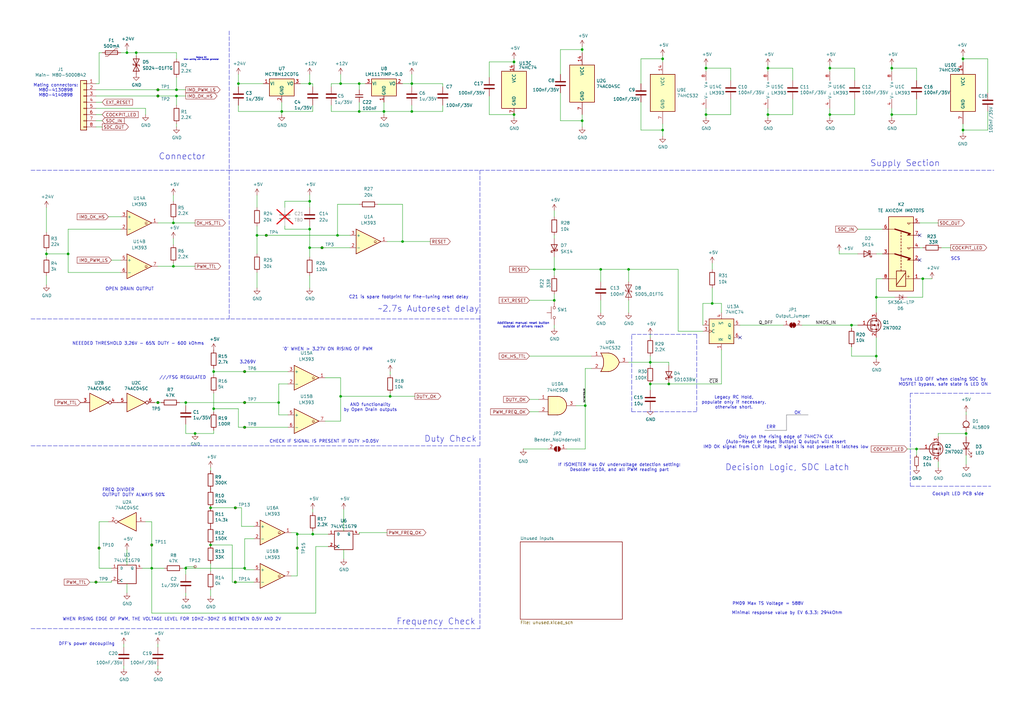
<source format=kicad_sch>
(kicad_sch (version 20231120) (generator "eeschema") (generator_version "8.0")
  (paper "A3")
  (title_block (title "IMD Shutdown Circuit Logic") (rev "${REVISION}") (company "Author: Przemysław Zioła") (comment 1 "Reviewer: Szymon Sambor"))
  (junction (at 240.03 166.37))
  (junction (at 359.41 146.05))
  (junction (at 246.38 110.49))
  (junction (at 340.36 46.99))
  (junction (at 114.3 165.1))
  (junction (at 271.78 53.34))
  (junction (at 121.92 224.79))
  (junction (at 210.82 46.99))
  (junction (at 266.7 148.59))
  (junction (at 76.2 233.045))
  (junction (at 314.96 46.99))
  (junction (at 257.81 110.49))
  (junction (at 127 101.6))
  (junction (at 365.76 27.94))
  (junction (at 349.25 133.35))
  (junction (at 139.7 34.29))
  (junction (at 64.77 39.37))
  (junction (at 72.39 36.83))
  (junction (at 394.97 53.34))
  (junction (at 396.24 177.8))
  (junction (at 100.33 233.045))
  (junction (at 86.36 223.52))
  (junction (at 139.7 162.56))
  (junction (at 365.76 46.99))
  (junction (at 147.32 34.29))
  (junction (at 132.08 101.6))
  (junction (at 127 93.98))
  (junction (at 227.33 110.49))
  (junction (at 378.46 114.3))
  (junction (at 64.77 36.83))
  (junction (at 289.56 46.99))
  (junction (at 62.23 233.045))
  (junction (at 138.43 96.52))
  (junction (at 97.79 34.29))
  (junction (at 80.01 177.8))
  (junction (at 105.41 96.52))
  (junction (at 274.32 157.48))
  (junction (at 72.39 39.37))
  (junction (at 39.37 238.76))
  (junction (at 96.52 208.28))
  (junction (at 292.1 124.46))
  (junction (at 238.76 49.53))
  (junction (at 127 34.29))
  (junction (at 19.05 104.14))
  (junction (at 86.36 208.28))
  (junction (at 375.92 184.15))
  (junction (at 127 82.55))
  (junction (at 168.91 34.29))
  (junction (at 121.92 219.075))
  (junction (at 271.78 24.13))
  (junction (at 359.41 121.92))
  (junction (at 227.33 123.19))
  (junction (at 147.32 45.72))
  (junction (at 210.82 25.4))
  (junction (at 55.88 21.59))
  (junction (at 289.56 27.94))
  (junction (at 64.77 165.1))
  (junction (at 314.96 27.94))
  (junction (at 109.22 96.52))
  (junction (at 157.48 45.72))
  (junction (at 100.33 175.26))
  (junction (at 160.02 162.56))
  (junction (at 128.27 219.075))
  (junction (at 52.07 21.59))
  (junction (at 266.7 157.48))
  (junction (at 71.12 91.44))
  (junction (at 100.33 165.1))
  (junction (at 340.36 27.94))
  (junction (at 87.63 167.64))
  (junction (at 96.52 238.76))
  (junction (at 100.33 152.4))
  (junction (at 168.91 45.72))
  (junction (at 40.64 224.79))
  (junction (at 76.2 165.1))
  (junction (at 238.76 20.32))
  (junction (at 87.63 152.4))
  (junction (at 394.97 24.13))
  (junction (at 165.1 99.06))
  (junction (at 27.94 104.14))
  (junction (at 115.57 45.72))
  (junction (at 71.12 109.22))
  (junction (at 62.23 223.52))
  (no_connect (at 377.19 96.52))
  (no_connect (at 303.53 138.43))
  (no_connect (at 377.19 106.68))
  (wire (pts (xy 115.57 45.72) (xy 128.27 45.72)))
  (wire (pts (xy 138.43 83.82) (xy 147.32 83.82)))
  (wire (pts (xy 181.61 35.56) (xy 181.61 34.29)))
  (wire (pts (xy 86.36 191.77) (xy 86.36 193.04)))
  (polyline (pts (xy 12.7 130.81) (xy 93.98 130.81)) (stroke (width 0) (type dash)))
  (wire (pts (xy 168.91 34.29) (xy 168.91 30.48)))
  (wire (pts (xy 107.95 34.29) (xy 97.79 34.29)))
  (wire (pts (xy 157.48 41.91) (xy 157.48 45.72)))
  (wire (pts (xy 97.79 43.18) (xy 97.79 45.72)))
  (wire (pts (xy 292.1 107.95) (xy 292.1 110.49)))
  (wire (pts (xy 257.81 110.49) (xy 278.13 110.49)))
  (wire (pts (xy 314.96 27.94) (xy 325.12 27.94)))
  (wire (pts (xy 257.81 123.19) (xy 257.81 128.27)))
  (wire (pts (xy 104.14 220.98) (xy 100.33 220.98)))
  (wire (pts (xy 238.76 20.32) (xy 229.87 20.32)))
  (wire (pts (xy 372.11 184.15) (xy 375.92 184.15)))
  (wire (pts (xy 87.63 161.29) (xy 87.63 167.64)))
  (wire (pts (xy 375.92 27.94) (xy 375.92 33.02)))
  (wire (pts (xy 246.38 110.49) (xy 246.38 115.57)))
  (wire (pts (xy 40.64 233.045) (xy 45.72 233.045)))
  (wire (pts (xy 158.75 218.44) (xy 147.32 218.44)))
  (polyline (pts (xy 93.98 130.81) (xy 93.98 130.81)) (stroke (width 0) (type dash)))
  (wire (pts (xy 140.97 225.425) (xy 140.97 229.235)))
  (wire (pts (xy 377.19 91.44) (xy 384.81 91.44)))
  (polyline (pts (xy 93.98 12.7) (xy 93.98 69.85)) (stroke (width 0) (type dash)))
  (wire (pts (xy 210.82 46.99) (xy 210.82 48.26)))
  (wire (pts (xy 378.46 114.3) (xy 382.27 114.3)))
  (wire (pts (xy 116.84 93.98) (xy 127 93.98)))
  (wire (pts (xy 289.56 46.99) (xy 289.56 48.26)))
  (wire (pts (xy 147.32 218.44) (xy 147.32 219.075)))
  (wire (pts (xy 72.39 52.07) (xy 72.39 50.8)))
  (polyline (pts (xy 196.85 130.81) (xy 93.98 130.81)) (stroke (width 0) (type dash)))
  (wire (pts (xy 299.72 40.64) (xy 299.72 46.99)))
  (wire (pts (xy 240.03 166.37) (xy 240.03 184.15)))
  (polyline (pts (xy 259.08 137.16) (xy 285.75 137.16)) (stroke (width 0) (type dash)))
  (wire (pts (xy 227.33 105.41) (xy 227.33 110.49)))
  (wire (pts (xy 375.92 184.15) (xy 377.19 184.15)))
  (wire (pts (xy 288.29 133.35) (xy 288.29 124.46)))
  (wire (pts (xy 351.79 93.98) (xy 361.95 93.98)))
  (wire (pts (xy 76.2 173.99) (xy 76.2 177.8)))
  (wire (pts (xy 39.37 44.45) (xy 59.69 44.45)))
  (wire (pts (xy 139.7 162.56) (xy 160.02 162.56)))
  (wire (pts (xy 147.32 45.72) (xy 135.89 45.72)))
  (wire (pts (xy 59.69 213.995) (xy 62.23 213.995)))
  (wire (pts (xy 127 80.01) (xy 127 82.55)))
  (wire (pts (xy 405.13 53.34) (xy 394.97 53.34)))
  (wire (pts (xy 139.7 154.94) (xy 139.7 162.56)))
  (wire (pts (xy 76.2 244.475) (xy 76.2 243.205)))
  (wire (pts (xy 229.87 20.32) (xy 229.87 30.48)))
  (wire (pts (xy 128.27 45.72) (xy 128.27 43.18)))
  (wire (pts (xy 365.76 27.94) (xy 375.92 27.94)))
  (wire (pts (xy 86.36 241.935) (xy 86.36 244.475)))
  (wire (pts (xy 62.23 251.46) (xy 129.54 251.46)))
  (wire (pts (xy 62.23 233.045) (xy 58.42 233.045)))
  (wire (pts (xy 314.96 29.21) (xy 314.96 27.94)))
  (wire (pts (xy 40.64 224.79) (xy 40.64 233.045)))
  (wire (pts (xy 135.89 34.29) (xy 139.7 34.29)))
  (wire (pts (xy 76.2 233.045) (xy 100.33 233.045)))
  (wire (pts (xy 289.56 29.21) (xy 289.56 27.94)))
  (wire (pts (xy 147.32 34.29) (xy 147.32 36.83)))
  (wire (pts (xy 200.66 46.99) (xy 200.66 39.37)))
  (wire (pts (xy 325.12 40.64) (xy 325.12 46.99)))
  (wire (pts (xy 97.79 167.64) (xy 97.79 175.26)))
  (wire (pts (xy 127 92.71) (xy 127 93.98)))
  (wire (pts (xy 139.7 172.72) (xy 133.35 172.72)))
  (polyline (pts (xy 12.7 69.85) (xy 93.98 69.85)) (stroke (width 0) (type dash)))
  (wire (pts (xy 39.37 39.37) (xy 64.77 39.37)))
  (wire (pts (xy 76.2 232.41) (xy 80.01 232.41)))
  (wire (pts (xy 246.38 123.19) (xy 246.38 128.27)))
  (wire (pts (xy 299.72 27.94) (xy 299.72 33.02)))
  (polyline (pts (xy 12.7 182.88) (xy 196.85 182.88)) (stroke (width 0) (type dash)))
  (polyline (pts (xy 313.69 176.53) (xy 322.58 176.53)) (stroke (width 0) (color 90 91 97 1)))
  (wire (pts (xy 394.97 53.34) (xy 394.97 54.61)))
  (wire (pts (xy 41.91 41.91) (xy 39.37 41.91)))
  (wire (pts (xy 359.41 121.92) (xy 359.41 114.3)))
  (wire (pts (xy 154.94 83.82) (xy 165.1 83.82)))
  (wire (pts (xy 140.97 208.915) (xy 140.97 217.805)))
  (wire (pts (xy 128.27 219.075) (xy 134.62 219.075)))
  (polyline (pts (xy 93.98 69.85) (xy 407.67 69.85)) (stroke (width 0) (type dash)))
  (wire (pts (xy 95.25 238.76) (xy 96.52 238.76)))
  (wire (pts (xy 128.27 34.29) (xy 127 34.29)))
  (wire (pts (xy 405.13 24.13) (xy 394.97 24.13)))
  (wire (pts (xy 72.39 24.13) (xy 72.39 21.59)))
  (wire (pts (xy 384.81 189.23) (xy 384.81 191.77)))
  (wire (pts (xy 27.94 111.76) (xy 49.53 111.76)))
  (wire (pts (xy 262.89 24.13) (xy 271.78 24.13)))
  (wire (pts (xy 62.23 233.045) (xy 62.23 251.46)))
  (wire (pts (xy 303.53 133.35) (xy 321.31 133.35)))
  (wire (pts (xy 114.3 157.48) (xy 114.3 165.1)))
  (wire (pts (xy 160.02 152.4) (xy 160.02 153.67)))
  (wire (pts (xy 361.95 104.14) (xy 359.41 104.14)))
  (wire (pts (xy 168.91 34.29) (xy 168.91 35.56)))
  (wire (pts (xy 115.57 46.99) (xy 115.57 45.72)))
  (wire (pts (xy 127 101.6) (xy 132.08 101.6)))
  (wire (pts (xy 396.24 170.18) (xy 396.24 168.91)))
  (wire (pts (xy 87.63 176.53) (xy 87.63 177.8)))
  (wire (pts (xy 71.12 80.01) (xy 71.12 82.55)))
  (wire (pts (xy 328.93 133.35) (xy 349.25 133.35)))
  (wire (pts (xy 49.53 88.9) (xy 44.45 88.9)))
  (wire (pts (xy 128.27 219.075) (xy 128.27 217.805)))
  (wire (pts (xy 274.32 149.86) (xy 274.32 148.59)))
  (wire (pts (xy 40.64 213.995) (xy 40.64 224.79)))
  (wire (pts (xy 157.48 46.99) (xy 157.48 45.72)))
  (wire (pts (xy 64.77 274.32) (xy 64.77 273.05)))
  (wire (pts (xy 200.66 25.4) (xy 210.82 25.4)))
  (wire (pts (xy 76.2 177.8) (xy 80.01 177.8)))
  (wire (pts (xy 116.84 92.71) (xy 116.84 93.98)))
  (wire (pts (xy 41.91 49.53) (xy 39.37 49.53)))
  (wire (pts (xy 40.64 21.59) (xy 41.91 21.59)))
  (wire (pts (xy 64.77 165.1) (xy 66.04 165.1)))
  (wire (pts (xy 157.48 45.72) (xy 147.32 45.72)))
  (wire (pts (xy 365.76 27.94) (xy 365.76 29.21)))
  (wire (pts (xy 271.78 53.34) (xy 271.78 55.88)))
  (wire (pts (xy 72.39 39.37) (xy 72.39 43.18)))
  (wire (pts (xy 72.39 39.37) (xy 76.2 39.37)))
  (wire (pts (xy 227.33 133.35) (xy 227.33 134.62)))
  (wire (pts (xy 121.92 224.79) (xy 121.92 236.22)))
  (wire (pts (xy 295.91 157.48) (xy 295.91 143.51)))
  (wire (pts (xy 240.03 151.13) (xy 240.03 166.37)))
  (wire (pts (xy 74.93 233.045) (xy 76.2 233.045)))
  (wire (pts (xy 257.81 148.59) (xy 266.7 148.59)))
  (wire (pts (xy 165.1 34.29) (xy 168.91 34.29)))
  (wire (pts (xy 340.36 46.99) (xy 340.36 48.26)))
  (wire (pts (xy 168.91 43.18) (xy 168.91 45.72)))
  (wire (pts (xy 73.66 165.1) (xy 76.2 165.1)))
  (wire (pts (xy 224.79 184.15) (xy 214.63 184.15)))
  (polyline (pts (xy 93.98 69.85) (xy 93.98 130.81)) (stroke (width 0) (type dash)))
  (wire (pts (xy 359.41 114.3) (xy 361.95 114.3)))
  (wire (pts (xy 49.53 21.59) (xy 52.07 21.59)))
  (wire (pts (xy 72.39 31.75) (xy 72.39 36.83)))
  (wire (pts (xy 227.33 120.65) (xy 227.33 123.19)))
  (polyline (pts (xy 322.58 170.18) (xy 331.47 170.18)) (stroke (width 0) (color 90 91 97 1)))
  (wire (pts (xy 19.05 113.03) (xy 19.05 116.84)))
  (wire (pts (xy 100.33 233.68) (xy 104.14 233.68)))
  (wire (pts (xy 238.76 49.53) (xy 238.76 52.07)))
  (wire (pts (xy 165.1 99.06) (xy 158.75 99.06)))
  (wire (pts (xy 44.45 213.995) (xy 40.64 213.995)))
  (wire (pts (xy 97.79 175.26) (xy 100.33 175.26)))
  (wire (pts (xy 271.78 24.13) (xy 271.78 25.4)))
  (wire (pts (xy 238.76 46.99) (xy 238.76 49.53)))
  (wire (pts (xy 119.38 218.44) (xy 121.92 218.44)))
  (wire (pts (xy 62.23 213.995) (xy 62.23 223.52)))
  (wire (pts (xy 377.19 114.3) (xy 378.46 114.3)))
  (wire (pts (xy 266.7 148.59) (xy 266.7 149.86)))
  (wire (pts (xy 19.05 104.14) (xy 19.05 105.41)))
  (wire (pts (xy 292.1 124.46) (xy 295.91 124.46)))
  (polyline (pts (xy 373.38 161.29) (xy 373.38 199.39)) (stroke (width 0) (type dash)))
  (polyline (pts (xy 196.85 130.81) (xy 196.85 182.88)) (stroke (width 0) (type dash)))
  (wire (pts (xy 377.19 101.6) (xy 378.46 101.6)))
  (wire (pts (xy 87.63 167.64) (xy 97.79 167.64)))
  (wire (pts (xy 127 93.98) (xy 127 101.6)))
  (wire (pts (xy 165.1 83.82) (xy 165.1 99.06)))
  (wire (pts (xy 45.72 238.76) (xy 45.72 238.125)))
  (wire (pts (xy 359.41 121.92) (xy 359.41 128.27)))
  (wire (pts (xy 375.92 184.15) (xy 375.92 186.69)))
  (wire (pts (xy 55.88 21.59) (xy 72.39 21.59)))
  (wire (pts (xy 384.81 177.8) (xy 384.81 179.07)))
  (wire (pts (xy 292.1 118.11) (xy 292.1 124.46)))
  (wire (pts (xy 71.12 109.22) (xy 80.01 109.22)))
  (wire (pts (xy 49.53 93.98) (xy 27.94 93.98)))
  (wire (pts (xy 71.12 90.17) (xy 71.12 91.44)))
  (wire (pts (xy 52.07 225.425) (xy 52.07 231.775)))
  (wire (pts (xy 278.13 110.49) (xy 278.13 135.89)))
  (polyline (pts (xy 196.85 69.85) (xy 196.85 130.81)) (stroke (width 0) (type dash)))
  (wire (pts (xy 246.38 110.49) (xy 257.81 110.49)))
  (wire (pts (xy 210.82 46.99) (xy 200.66 46.99)))
  (wire (pts (xy 266.7 157.48) (xy 274.32 157.48)))
  (wire (pts (xy 114.3 165.1) (xy 114.3 170.18)))
  (wire (pts (xy 76.2 233.045) (xy 76.2 232.41)))
  (wire (pts (xy 105.41 96.52) (xy 109.22 96.52)))
  (wire (pts (xy 238.76 19.05) (xy 238.76 20.32)))
  (wire (pts (xy 262.89 53.34) (xy 271.78 53.34)))
  (wire (pts (xy 62.23 233.045) (xy 67.31 233.045)))
  (wire (pts (xy 64.77 39.37) (xy 72.39 39.37)))
  (wire (pts (xy 138.43 96.52) (xy 143.51 96.52)))
  (wire (pts (xy 87.63 151.13) (xy 87.63 152.4)))
  (wire (pts (xy 349.25 142.24) (xy 349.25 146.05)))
  (wire (pts (xy 394.97 24.13) (xy 394.97 25.4)))
  (wire (pts (xy 50.8 264.16) (xy 50.8 265.43)))
  (wire (pts (xy 52.07 239.395) (xy 52.07 243.205)))
  (wire (pts (xy 123.19 34.29) (xy 127 34.29)))
  (wire (pts (xy 121.92 218.44) (xy 121.92 219.075)))
  (wire (pts (xy 100.33 220.98) (xy 100.33 233.045)))
  (wire (pts (xy 238.76 49.53) (xy 229.87 49.53)))
  (wire (pts (xy 86.36 208.28) (xy 96.52 208.28)))
  (wire (pts (xy 299.72 46.99) (xy 289.56 46.99)))
  (wire (pts (xy 49.53 106.68) (xy 45.72 106.68)))
  (wire (pts (xy 274.32 157.48) (xy 295.91 157.48)))
  (wire (pts (xy 59.69 46.99) (xy 59.69 44.45)))
  (wire (pts (xy 132.08 101.6) (xy 143.51 101.6)))
  (wire (pts (xy 41.91 46.99) (xy 39.37 46.99)))
  (wire (pts (xy 39.37 238.76) (xy 45.72 238.76)))
  (wire (pts (xy 80.01 177.8) (xy 87.63 177.8)))
  (wire (pts (xy 87.63 167.64) (xy 87.63 168.91)))
  (wire (pts (xy 314.96 46.99) (xy 314.96 48.26)))
  (wire (pts (xy 76.2 165.1) (xy 76.2 166.37)))
  (wire (pts (xy 227.33 110.49) (xy 246.38 110.49)))
  (wire (pts (xy 394.97 53.34) (xy 394.97 50.8)))
  (wire (pts (xy 349.25 133.35) (xy 351.79 133.35)))
  (wire (pts (xy 325.12 27.94) (xy 325.12 33.02)))
  (wire (pts (xy 257.81 110.49) (xy 257.81 115.57)))
  (wire (pts (xy 40.64 21.59) (xy 40.64 34.29)))
  (wire (pts (xy 271.78 50.8) (xy 271.78 53.34)))
  (wire (pts (xy 64.77 36.83) (xy 72.39 36.83)))
  (wire (pts (xy 86.36 223.52) (xy 95.25 223.52)))
  (wire (pts (xy 36.83 238.76) (xy 39.37 238.76)))
  (wire (pts (xy 295.91 124.46) (xy 295.91 128.27)))
  (wire (pts (xy 396.24 177.8) (xy 396.24 179.07)))
  (wire (pts (xy 181.61 45.72) (xy 181.61 43.18)))
  (wire (pts (xy 394.97 22.86) (xy 394.97 24.13)))
  (wire (pts (xy 340.36 27.94) (xy 340.36 26.67)))
  (wire (pts (xy 365.76 26.67) (xy 365.76 27.94)))
  (wire (pts (xy 365.76 44.45) (xy 365.76 46.99)))
  (wire (pts (xy 227.33 86.36) (xy 227.33 88.9)))
  (wire (pts (xy 378.46 114.3) (xy 378.46 121.92)))
  (polyline (pts (xy 259.08 168.91) (xy 285.75 168.91)) (stroke (width 0) (type dash)))
  (wire (pts (xy 359.41 138.43) (xy 359.41 146.05)))
  (wire (pts (xy 63.5 165.1) (xy 64.77 165.1)))
  (wire (pts (xy 238.76 20.32) (xy 238.76 21.59)))
  (wire (pts (xy 266.7 138.43) (xy 266.7 137.16)))
  (wire (pts (xy 87.63 152.4) (xy 100.33 152.4)))
  (wire (pts (xy 71.12 97.79) (xy 71.12 100.33)))
  (wire (pts (xy 378.46 121.92) (xy 372.11 121.92)))
  (wire (pts (xy 64.77 109.22) (xy 71.12 109.22)))
  (wire (pts (xy 236.22 166.37) (xy 240.03 166.37)))
  (wire (pts (xy 121.92 219.075) (xy 128.27 219.075)))
  (wire (pts (xy 168.91 45.72) (xy 181.61 45.72)))
  (wire (pts (xy 289.56 46.99) (xy 289.56 44.45)))
  (polyline (pts (xy 259.08 168.91) (xy 259.08 137.16)) (stroke (width 0) (type dash)))
  (wire (pts (xy 240.03 184.15) (xy 232.41 184.15)))
  (wire (pts (xy 227.33 96.52) (xy 227.33 97.79)))
  (wire (pts (xy 262.89 41.91) (xy 262.89 53.34)))
  (wire (pts (xy 128.27 34.29) (xy 128.27 35.56)))
  (polyline (pts (xy 196.85 187.96) (xy 196.85 257.81)) (stroke (width 0) (type dash)))
  (wire (pts (xy 405.13 45.72) (xy 405.13 53.34)))
  (wire (pts (xy 271.78 22.86) (xy 271.78 24.13)))
  (wire (pts (xy 50.8 274.32) (xy 50.8 273.05)))
  (wire (pts (xy 375.92 40.64) (xy 375.92 46.99)))
  (wire (pts (xy 344.17 104.14) (xy 344.17 102.87)))
  (wire (pts (xy 27.94 93.98) (xy 27.94 104.14)))
  (wire (pts (xy 274.32 148.59) (xy 266.7 148.59)))
  (wire (pts (xy 181.61 34.29) (xy 168.91 34.29)))
  (wire (pts (xy 147.32 41.91) (xy 147.32 45.72)))
  (wire (pts (xy 229.87 49.53) (xy 229.87 38.1)))
  (wire (pts (xy 116.84 85.09) (xy 116.84 82.55)))
  (wire (pts (xy 71.12 109.22) (xy 71.12 107.95)))
  (wire (pts (xy 160.02 162.56) (xy 170.18 162.56)))
  (wire (pts (xy 40.64 34.29) (xy 39.37 34.29)))
  (wire (pts (xy 72.39 36.83) (xy 76.2 36.83)))
  (wire (pts (xy 52.07 21.59) (xy 52.07 20.32)))
  (wire (pts (xy 109.22 96.52) (xy 138.43 96.52)))
  (wire (pts (xy 105.41 80.01) (xy 105.41 85.09)))
  (wire (pts (xy 325.12 46.99) (xy 314.96 46.99)))
  (wire (pts (xy 116.84 82.55) (xy 127 82.55)))
  (wire (pts (xy 386.08 101.6) (xy 389.89 101.6)))
  (wire (pts (xy 217.17 123.19) (xy 227.33 123.19)))
  (wire (pts (xy 217.17 110.49) (xy 227.33 110.49)))
  (wire (pts (xy 100.33 233.68) (xy 100.33 233.045)))
  (wire (pts (xy 314.96 27.94) (xy 314.96 26.67)))
  (wire (pts (xy 39.37 36.83) (xy 64.77 36.83)))
  (wire (pts (xy 127 101.6) (xy 127 105.41)))
  (wire (pts (xy 217.17 146.05) (xy 242.57 146.05)))
  (wire (pts (xy 359.41 146.05) (xy 359.41 147.32)))
  (wire (pts (xy 365.76 46.99) (xy 375.92 46.99)))
  (wire (pts (xy 119.38 236.22) (xy 121.92 236.22)))
  (wire (pts (xy 396.24 186.69) (xy 396.24 190.5)))
  (wire (pts (xy 350.52 40.64) (xy 350.52 46.99)))
  (wire (pts (xy 62.23 223.52) (xy 62.23 233.045)))
  (wire (pts (xy 100.33 152.4) (xy 118.11 152.4)))
  (polyline (pts (xy 12.7 257.81) (xy 196.85 257.81)) (stroke (width 0) (type dash)))
  (wire (pts (xy 71.12 91.44) (xy 64.77 91.44)))
  (wire (pts (xy 76.2 233.045) (xy 76.2 235.585)))
  (wire (pts (xy 160.02 161.29) (xy 160.02 162.56)))
  (wire (pts (xy 71.12 91.44) (xy 80.01 91.44)))
  (wire (pts (xy 227.33 110.49) (xy 227.33 113.03)))
  (wire (pts (xy 350.52 46.99) (xy 340.36 46.99)))
  (wire (pts (xy 135.89 45.72) (xy 135.89 43.18)))
  (wire (pts (xy 367.03 121.92) (xy 359.41 121.92)))
  (polyline (pts (xy 373.38 199.39) (xy 406.4 199.39)) (stroke (width 0) (type dash)))
  (wire (pts (xy 350.52 27.94) (xy 350.52 33.02)))
  (wire (pts (xy 135.89 35.56) (xy 135.89 34.29)))
  (wire (pts (xy 105.41 96.52) (xy 105.41 104.14)))
  (wire (pts (xy 95.25 223.52) (xy 95.25 238.76)))
  (wire (pts (xy 340.36 27.94) (xy 350.52 27.94)))
  (wire (pts (xy 133.35 154.94) (xy 139.7 154.94)))
  (wire (pts (xy 97.79 30.48) (xy 97.79 34.29)))
  (polyline (pts (xy 322.58 176.53) (xy 322.58 170.18)) (stroke (width 0) (color 90 91 97 1)))
  (wire (pts (xy 128.27 208.915) (xy 128.27 210.185)))
  (wire (pts (xy 349.25 133.35) (xy 349.25 134.62)))
  (wire (pts (xy 210.82 25.4) (xy 210.82 26.67)))
  (wire (pts (xy 115.57 41.91) (xy 115.57 45.72)))
  (wire (pts (xy 127 82.55) (xy 127 85.09)))
  (wire (pts (xy 384.81 177.8) (xy 396.24 177.8)))
  (wire (pts (xy 139.7 34.29) (xy 139.7 30.48)))
  (wire (pts (xy 289.56 27.94) (xy 299.72 27.94)))
  (wire (pts (xy 87.63 152.4) (xy 87.63 153.67)))
  (wire (pts (xy 340.36 46.99) (xy 340.36 44.45)))
  (wire (pts (xy 266.7 146.05) (xy 266.7 148.59)))
  (polyline (pts (xy 285.75 137.16) (xy 285.75 168.91)) (stroke (width 0) (type dash)))
  (wire (pts (xy 19.05 95.25) (xy 19.05 85.09)))
  (wire (pts (xy 129.54 224.155) (xy 134.62 224.155)))
  (wire (pts (xy 217.17 168.91) (xy 220.98 168.91)))
  (wire (pts (xy 99.06 208.28) (xy 99.06 215.9)))
  (wire (pts (xy 99.06 215.9) (xy 104.14 215.9)))
  (wire (pts (xy 41.91 52.07) (xy 39.37 52.07)))
  (wire (pts (xy 96.52 208.28) (xy 99.06 208.28)))
  (wire (pts (xy 19.05 104.14) (xy 19.05 102.87)))
  (wire (pts (xy 86.36 234.315) (xy 86.36 231.14)))
  (wire (pts (xy 76.2 165.1) (xy 100.33 165.1)))
  (wire (pts (xy 118.11 157.48) (xy 114.3 157.48)))
  (wire (pts (xy 55.88 21.59) (xy 55.88 22.86)))
  (wire (pts (xy 105.41 111.76) (xy 105.41 118.11)))
  (wire (pts (xy 100.33 165.1) (xy 114.3 165.1)))
  (wire (pts (xy 139.7 34.29) (xy 147.32 34.29)))
  (wire (pts (xy 147.32 34.29) (xy 149.86 34.29)))
  (wire (pts (xy 365.76 46.99) (xy 365.76 48.26)))
  (wire (pts (xy 127 30.48) (xy 127 34.29)))
  (wire (pts (xy 105.41 92.71) (xy 105.41 96.52)))
  (wire (pts (xy 217.17 163.83) (xy 220.98 163.83)))
  (wire (pts (xy 289.56 27.94) (xy 289.56 26.67)))
  (wire (pts (xy 168.91 45.72) (xy 157.48 45.72)))
  (wire (pts (xy 266.7 157.48) (xy 266.7 160.02)))
  (wire (pts (xy 138.43 96.52) (xy 138.43 83.82)))
  (wire (pts (xy 340.36 29.21) (xy 340.36 27.94)))
  (wire (pts (xy 121.92 219.075) (xy 121.92 224.79)))
  (wire (pts (xy 129.54 224.155) (xy 129.54 251.46)))
  (wire (pts (xy 52.07 21.59) (xy 55.88 21.59)))
  (wire (pts (xy 314.96 46.99) (xy 314.96 44.45)))
  (wire (pts (xy 96.52 238.76) (xy 104.14 238.76)))
  (wire (pts (xy 210.82 24.13) (xy 210.82 25.4)))
  (wire (pts (xy 262.89 34.29) (xy 262.89 24.13)))
  (wire (pts (xy 359.41 146.05) (xy 349.25 146.05)))
  (wire (pts (xy 351.79 104.14) (xy 344.17 104.14)))
  (wire (pts (xy 64.77 264.16) (xy 64.77 265.43)))
  (wire (pts (xy 100.33 175.26) (xy 118.11 175.26)))
  (wire (pts (xy 27.94 104.14) (xy 19.05 104.14)))
  (wire (pts (xy 97.79 45.72) (xy 115.57 45.72)))
  (wire (pts (xy 127 113.03) (xy 127 118.11)))
  (wire (pts (xy 139.7 162.56) (xy 139.7 172.72)))
  (wire (pts (xy 278.13 135.89) (xy 288.29 135.89)))
  (wire (pts (xy 165.1 99.06) (xy 176.53 99.06)))
  (wire (pts (xy 97.79 34.29) (xy 97.79 35.56)))
  (wire (pts (xy 200.66 31.75) (xy 200.66 25.4)))
  (wire (pts (xy 114.3 170.18) (xy 118.11 170.18)))
  (wire (pts (xy 27.94 104.14) (xy 27.94 111.76)))
  (wire (pts (xy 240.03 151.13) (xy 242.57 151.13)))
  (polyline (pts (xy 406.4 161.29) (xy 373.38 161.29)) (stroke (width 0) (type dash)))
  (wire (pts (xy 288.29 124.46) (xy 292.1 124.46)))
  (wire (pts (xy 405.13 38.1) (xy 405.13 24.13)))
  (text "Minimal response value by EV 6.3.3: 294kOhm" (at 322.834 251.46 0) (effects (font (size 1.27 1.27))))
  (text "C21 is spare footprint for fine-tuning reset delay" (at 167.64 121.92 0) (effects (font (size 1.27 1.27))))
  (text "FREQ DIVIDER\nOUTPUT DUTY ALWAYS 50%" (at 41.91 203.835 0) (effects (font (size 1.27 1.27)) (justify left bottom)))
  (text "///FSG REGULATED" (at 74.93 154.94 0) (effects (font (size 1.27 1.27))))
  (text "Decision Logic, SDC Latch" (at 297.434 193.294 0) (effects (font (size 2.54 2.54)) (justify left bottom)))
  (text "WHEN RISING EDGE OF PWM, THE VOLTAGE LEVEL FOR 10HZ-30HZ IS BEETWEN 0.5V AND 2V" (at 25.654 254.762 0) (effects (font (size 1.27 1.27)) (justify left bottom)))
  (text "~2.7s Autoreset delay" (at 154.94 128.27 0) (effects (font (size 2.54 2.54)) (justify left bottom)))
  (text "Legacy RC Hold,\npopulate only if necessary,\notherwise short." (at 300.99 165.1 0) (effects (font (size 1.27 1.27))))
  (text "DFF's power decoupling" (at 35.56 264.16 0) (effects (font (size 1.27 1.27))))
  (text "ERR\n" (at 316.23 175.26 0) (effects (font (size 1.27 1.27))))
  (text "CHECK IF SIGNAL IS PRESENT IF DUTY >0.05V" (at 110.49 181.864 0) (effects (font (size 1.27 1.27)) (justify left bottom)))
  (text "Remove R2\nWhen working with function generator" (at 82.55 24.13 0) (effects (font (size 0.5 0.5))))
  (text "Cockpit LED PCB side" (at 392.938 202.692 0) (effects (font (size 1.27 1.27))))
  (text "3.269V" (at 101.6 148.59 0) (effects (font (size 1.27 1.27))))
  (text "PM09 Max TS Voltage = 588V" (at 314.96 247.65 0) (effects (font (size 1.27 1.27))))
  (text "OK\n" (at 327.152 169.418 0) (effects (font (size 1.27 1.27))))
  (text "Mating connectors:\nM80-4130898\nM80-4140898\n" (at 22.86 37.084 0) (effects (font (size 1.27 1.27))))
  (text "'0' WHEN > 3.27V ON RISING OF PWM" (at 115.824 144.018 0) (effects (font (size 1.27 1.27)) (justify left bottom)))
  (text "Additional manual reset button\noutside of drivers reach" (at 214.63 133.35 0) (effects (font (size 0.9 0.9))))
  (text "If ISOMETER Has 0V undervoltage detection setting:\nDesolder U10A, and all PWM reading part" (at 254 191.77 0) (effects (font (size 1.27 1.27))))
  (text "AND functionality\nby Open Drain outputs" (at 151.892 167.132 0) (effects (font (size 1.27 1.27))))
  (text "OPEN DRAIN OUTPUT" (at 43.18 119.38 0) (effects (font (size 1.27 1.27)) (justify left bottom)))
  (text "Frequency Check" (at 162.56 256.54 0) (effects (font (size 2.54 2.54)) (justify left bottom)))
  (text "Supply Section" (at 356.87 68.58 0) (effects (font (size 2.54 2.54)) (justify left bottom)))
  (text "Duty Check" (at 173.99 181.61 0) (effects (font (size 2.54 2.54)) (justify left bottom)))
  (text "turns LED OFF when closing SDC by\nMOSFET bypass, safe state is LED ON" (at 386.842 156.718 0) (effects (font (size 1.27 1.27))))
  (text "NEEEDED THRESHOLD 3,26V - 65% DUTY - 600 kOhms " (at 57.15 140.97 0) (effects (font (size 1.27 1.27))))
  (text "SCS" (at 391.922 106.172 0) (effects (font (size 1.27 1.27))))
  (text "Connector" (at 65.024 65.786 0) (effects (font (size 2.54 2.54)) (justify left bottom)))
  (text "Only on the rising edge of 74HC74 CLK\n(Auto-Reset or Reset Button) Q output will assert\nIMD OK signal from CLR input, if signal is not present it latches low" (at 322.326 181.356 0) (effects (font (size 1.27 1.27))))
  (label "DUTY&FREQ_OK" (at 240.03 165.1 90) (effects (font (size 0.5 0.5))))
  (label "~{CLR}" (at 290.83 157.48 0))
  (label "Q_DFF" (at 311.15 133.35 0))
  (label "NMOS_IN" (at 342.9 133.35 180))
  (global_label "SDC_IN" (shape input) (at 41.91 49.53 0) (property "Intersheetrefs" "${INTERSHEET_REFS}" (effects (hide yes))))
  (global_label "IMD_OK_HS" (shape output) (at 76.2 39.37 0) (property "Intersheetrefs" "${INTERSHEET_REFS}" (effects (hide yes))))
  (global_label "IMD_PWM_LS" (shape output) (at 76.2 36.83 0) (property "Intersheetrefs" "${INTERSHEET_REFS}" (effects (hide yes))))
  (global_label "SDC_OUT" (shape output) (at 384.81 91.44 0) (property "Intersheetrefs" "${INTERSHEET_REFS}" (effects (hide yes))))
  (global_label "EXT_RESET" (shape input) (at 41.91 41.91 0) (property "Intersheetrefs" "${INTERSHEET_REFS}" (effects (hide yes))))
  (global_label "COCKPIT_LED" (shape output) (at 389.89 101.6 0) (property "Intersheetrefs" "${INTERSHEET_REFS}" (effects (hide yes))))
  (global_label "SDC_OUT" (shape output) (at 41.91 52.07 0) (property "Intersheetrefs" "${INTERSHEET_REFS}" (effects (hide yes))))
  (global_label "RESET" (shape input) (at 217.17 110.49 180) (property "Intersheetrefs" "${INTERSHEET_REFS}" (effects (hide yes))))
  (global_label "PWM_TTL" (shape input) (at 36.83 238.76 180) (property "Intersheetrefs" "${INTERSHEET_REFS}" (effects (hide yes))))
  (global_label "PWM_TTL" (shape output) (at 80.01 109.22 0) (property "Intersheetrefs" "${INTERSHEET_REFS}" (effects (hide yes))))
  (global_label "PWM_TTL" (shape input) (at 33.02 165.1 180) (property "Intersheetrefs" "${INTERSHEET_REFS}" (effects (hide yes))))
  (global_label "COCKPIT_LED" (shape input) (at 372.11 184.15 180) (property "Intersheetrefs" "${INTERSHEET_REFS}" (effects (hide yes))))
  (global_label "PWM_FREQ_OK" (shape output) (at 158.75 218.44 0) (property "Intersheetrefs" "${INTERSHEET_REFS}" (effects (hide yes))))
  (global_label "DUTY_OK" (shape input) (at 217.17 163.83 180) (property "Intersheetrefs" "${INTERSHEET_REFS}" (effects (hide yes))))
  (global_label "OK_HS_TTL" (shape input) (at 217.17 146.05 180) (property "Intersheetrefs" "${INTERSHEET_REFS}" (effects (hide yes))))
  (global_label "RESET" (shape output) (at 176.53 99.06 0) (property "Intersheetrefs" "${INTERSHEET_REFS}" (effects (hide yes))))
  (global_label "IMD_PWM_LS" (shape input) (at 45.72 106.68 180) (property "Intersheetrefs" "${INTERSHEET_REFS}" (effects (hide yes))))
  (global_label "OK_HS_TTL" (shape output) (at 80.01 91.44 0) (property "Intersheetrefs" "${INTERSHEET_REFS}" (effects (hide yes))))
  (global_label "DUTY_OK" (shape output) (at 170.18 162.56 0) (property "Intersheetrefs" "${INTERSHEET_REFS}" (effects (hide yes))))
  (global_label "IMD_OK_HS" (shape input) (at 44.45 88.9 180) (property "Intersheetrefs" "${INTERSHEET_REFS}" (effects (hide yes))))
  (global_label "COCKPIT_LED" (shape input) (at 41.91 46.99 0) (property "Intersheetrefs" "${INTERSHEET_REFS}" (effects (hide yes))))
  (global_label "PWM_FREQ_OK" (shape input) (at 217.17 168.91 180) (property "Intersheetrefs" "${INTERSHEET_REFS}" (effects (hide yes))))
  (global_label "SDC_IN" (shape input) (at 351.79 93.98 180) (property "Intersheetrefs" "${INTERSHEET_REFS}" (effects (hide yes))))
  (global_label "EXT_RESET" (shape input) (at 217.17 123.19 180) (property "Intersheetrefs" "${INTERSHEET_REFS}" (effects (hide yes))))
  (symbol (lib_id "PUTM_EV_IMD_SAFETY_2021-rescue:R-Device") (at 87.63 147.32 180) (unit 1)
    (property "Reference" "R15" (at 89.408 146.1516 0) (effects (justify right)))
    (property "Value" "2.7k" (at 89.408 148.463 0) (effects (justify right)))
    (property "Footprint" "Resistor_SMD:R_0603_1608Metric" (effects (hide yes)))
  )
  (symbol (lib_id "Device:D_Constant_Current") (at 396.24 173.99 90) (unit 1) (exclude_from_sim yes) (in_bom no) (on_board no)
    (property "Reference" "D1" (at 398.78 172.7199 90) (effects (justify right)))
    (property "Value" "AL5809" (at 398.78 175.2599 90) (effects (justify right)))
    (property "Description" "Constant-current diode / current limiting diode / current regulator diode" (effects (hide yes)))
  )
  (symbol (lib_id "PUTM_EV_IMD_SAFETY_2021-rescue:R-Device") (at 86.36 219.71 180) (unit 1)
    (property "Reference" "R12" (at 88.138 218.5416 0) (effects (justify right)))
    (property "Value" "150K" (at 88.138 220.853 0) (effects (justify right)))
    (property "Footprint" "Resistor_SMD:R_0603_1608Metric" (effects (hide yes)))
  )
  (symbol (lib_id "Device:R") (at 292.1 114.3 0) (unit 1)
    (property "Reference" "R31" (at 294.64 113.0299 0) (effects (justify left)))
    (property "Value" "10k" (at 294.64 115.5699 0) (effects (justify left)))
    (property "Footprint" "Resistor_SMD:R_0603_1608Metric" (effects (hide yes)))
    (property "Description" "Resistor" (effects (hide yes)))
  )
  (symbol (lib_id "PUTM_EV_IMD_SAFETY_2021-rescue:GND-power") (at 55.88 30.48 0) (unit 1)
    (property "Reference" "#PWR02" (effects (hide yes)))
    (property "Value" "GND" (at 56.007 34.8742 0))
  )
  (symbol (lib_id "Device:C") (at 116.84 88.9 0) (unit 1) (dnp yes)
    (property "Reference" "C21" (at 120.65 87.6299 0) (effects (justify left)))
    (property "Value" "TBD" (at 120.65 90.1699 0) (effects (justify left)))
    (property "Footprint" "Capacitor_SMD:C_1206_3216Metric" (effects (hide yes)))
    (property "Description" "Unpolarized capacitor" (effects (hide yes)))
  )
  (symbol (lib_id "PUTM_EV_IMD_SAFETY_2021-rescue:GND-power") (at 59.69 46.99 0) (unit 1)
    (property "Reference" "#PWR052" (effects (hide yes)))
    (property "Value" "GND" (at 59.817 51.3842 0))
  )
  (symbol (lib_id "PUTM_EV_IMD_SAFETY_2021-rescue:+5V-power") (at 160.02 152.4 0) (unit 1)
    (property "Reference" "#PWR017" (effects (hide yes)))
    (property "Value" "+5V" (at 160.401 148.0058 0))
  )
  (symbol (lib_id "PUTM_EV_IMD_SAFETY_2021-rescue:+5V-power") (at 64.77 264.16 0) (unit 1)
    (property "Reference" "#PWR060" (effects (hide yes)))
    (property "Value" "+5V" (at 65.151 259.7658 0))
  )
  (symbol (lib_id "PUTM_EV_IMD_SAFETY_2021-rescue:R-Device") (at 266.7 153.67 0) (unit 1)
    (property "Reference" "R30" (at 261.62 152.4 0) (effects (justify left)))
    (property "Value" "100K" (at 260.35 154.94 0) (effects (justify left)))
    (property "Footprint" "Resistor_SMD:R_0603_1608Metric" (effects (hide yes)))
  )
  (symbol (lib_id "PUTM_EV_IMD_SAFETY_2021-rescue:C-Device") (at 50.8 269.24 0) (unit 1)
    (property "Reference" "C20" (at 44.45 267.97 0) (effects (justify left)))
    (property "Value" "100nF/35V" (at 39.37 271.78 0) (effects (justify left)))
    (property "Footprint" "Capacitor_SMD:C_0603_1608Metric" (effects (hide yes)))
  )
  (symbol (lib_id "PUTM_EV_IMD_SAFETY_2021-rescue:R-Device") (at 86.36 196.85 180) (unit 1)
    (property "Reference" "R9" (at 88.138 195.6816 0) (effects (justify right)))
    (property "Value" "300K" (at 88.138 197.993 0) (effects (justify right)))
    (property "Footprint" "Resistor_SMD:R_0603_1608Metric" (effects (hide yes)))
  )
  (symbol (lib_id "74xx:74HC74") (at 295.91 135.89 0) (unit 1)
    (property "Reference" "U13" (at 298.1041 125.73 0) (effects (justify left)))
    (property "Value" "74HC74" (at 297.434 128.016 0) (effects (justify left)))
    (property "Footprint" "Samacsys:SOP65P640X120-14N" (effects (hide yes)))
    (property "Datasheet" "https://www.ti.com/lit/ds/symlink/sn74hc74-q1.pdf?ts=1712945497310&ref_url=https%253A%252F%252Fwww.mouser.pl%252F" (effects (hide yes)))
    (property "Description" "Dual D Flip-flop, Set & Reset" (effects (hide yes)))
  )
  (symbol (lib_id "Comparator:LM393") (at 57.15 109.22 0) (unit 2)
    (property "Reference" "U14" (at 57.15 99.06 0))
    (property "Value" "LM393" (at 57.15 101.6 0))
    (property "Footprint" "Samacsys:SOIC127P600X175-8N" (effects (hide yes)))
    (property "Datasheet" "https://www.ti.com/lit/ds/symlink/lm393b.pdf?ts=1712915754933&ref_url=https%253A%252F%252Fwww.ti.com%252Fproduct%252FLM393B" (effects (hide yes)))
    (property "Description" "Low-Power, Low-Offset Voltage, Dual Comparators, DIP-8/SOIC-8/TO-99-8" (effects (hide yes)))
    (property "Mouser#" " 595-LM393ADR " (effects (hide yes)))
  )
  (symbol (lib_id "PUTM_EV_IMD_SAFETY_2021-rescue:+5V-power") (at 266.7 137.16 0) (unit 1)
    (property "Reference" "#PWR049" (effects (hide yes)))
    (property "Value" "+5V" (at 267.081 132.7658 0))
  )
  (symbol (lib_id "PUTM_EV_IMD_SAFETY_2021-rescue:+5V-power") (at 71.12 80.01 0) (unit 1)
    (property "Reference" "#PWR05" (effects (hide yes)))
    (property "Value" "+5V" (at 71.501 75.6158 0))
  )
  (symbol (lib_id "Connector:TestPoint_Small") (at 64.77 165.1 0) (unit 1)
    (property "Reference" "TP5" (at 62.23 167.64 0) (effects (justify left)))
    (property "Value" "TestPoint_Small" (effects (hide yes)))
    (property "Footprint" "TestPoint:TestPoint_Pad_D1.0mm" (effects (hide yes)))
    (property "Description" "test point" (effects (hide yes)))
  )
  (symbol (lib_id "Connector:TestPoint_Small") (at 132.08 101.6 0) (unit 1)
    (property "Reference" "TP3" (at 133.35 100.3299 0) (effects (justify left)))
    (property "Value" "TestPoint_Small" (effects (hide yes)))
    (property "Footprint" "TestPoint:TestPoint_Pad_D1.0mm" (effects (hide yes)))
    (property "Description" "test point" (effects (hide yes)))
  )
  (symbol (lib_id "PUTM_EV_IMD_SAFETY_2021-rescue:+5V-power") (at 238.76 19.05 0) (unit 1)
    (property "Reference" "#PWR026" (effects (hide yes)))
    (property "Value" "+5V" (at 239.141 14.6558 0))
  )
  (symbol (lib_id "74xx:74HC74") (at 210.82 36.83 0) (unit 3)
    (property "Reference" "U13" (at 212.852 25.908 0) (effects (justify left)))
    (property "Value" "74HC74" (at 212.598 27.686 0) (effects (justify left)))
    (property "Footprint" "Samacsys:SOP65P640X120-14N" (effects (hide yes)))
    (property "Datasheet" "https://www.ti.com/lit/ds/symlink/sn74hc74-q1.pdf?ts=1712945497310&ref_url=https%253A%252F%252Fwww.mouser.pl%252F" (effects (hide yes)))
    (property "Description" "Dual D Flip-flop, Set & Reset" (effects (hide yes)))
  )
  (symbol (lib_id "PUTM_EV_IMD_SAFETY_2021-rescue:+24V-power") (at 19.05 85.09 0) (unit 1)
    (property "Reference" "#PWR03" (effects (hide yes)))
    (property "Value" "+24V" (at 19.431 80.6958 0))
  )
  (symbol (lib_id "PUTM_EV_IMD_SAFETY_2021-rescue:GND-power") (at 105.41 118.11 0) (unit 1)
    (property "Reference" "#PWR045" (effects (hide yes)))
    (property "Value" "GND" (at 105.537 122.5042 0))
  )
  (symbol (lib_id "PUTM_EV_IMD_SAFETY_2021-rescue:74AHC04-74xx") (at 55.88 165.1 0) (unit 3)
    (property "Reference" "U2" (at 55.88 157.0482 0))
    (property "Value" "74AC04SC" (at 55.88 159.3596 0))
    (property "Footprint" "Package_SO:SOIC-14_3.9x8.7mm_P1.27mm" (effects (hide yes)))
    (property "Datasheet" "https://assets.nexperia.com/documents/data-sheet/74AHC_AHCT04.pdf" (effects (hide yes)))
    (property "Description" "Hex NOT gate" (effects (hide yes)))
    (property "Mouser#" " 512-74AC04SC " (effects (hide yes)))
  )
  (symbol (lib_id "PUTM_EV_IMD_SAFETY_2021-rescue:+5V-power") (at 210.82 24.13 0) (unit 1)
    (property "Reference" "#PWR057" (effects (hide yes)))
    (property "Value" "+5V" (at 211.201 19.7358 0))
  )
  (symbol (lib_id "PUTM_EV_IMD_SAFETY_2021-rescue:+5V-power") (at 227.33 86.36 0) (unit 1)
    (property "Reference" "#PWR048" (effects (hide yes)))
    (property "Value" "+5V" (at 227.711 81.9658 0))
  )
  (symbol (lib_id "PUTM_EV_IMD_SAFETY_2021-rescue:GND-power") (at 340.36 48.26 0) (unit 1)
    (property "Reference" "#PWR035" (effects (hide yes)))
    (property "Value" "GND" (at 340.487 52.6542 0))
  )
  (symbol (lib_id "Device:Polyfuse") (at 45.72 21.59 270) (unit 1)
    (property "Reference" "F1" (at 45.72 16.5862 90))
    (property "Value" "500mA" (at 45.72 18.8976 90))
    (property "Footprint" "Fuse:Fuse_1206_3216Metric" (effects (hide yes)))
    (property "Description" "Resettable fuse, polymeric positive temperature coefficient" (effects (hide yes)))
    (property "Mouser#" " 576-1206L050/24WR " (effects (hide yes)))
  )
  (symbol (lib_id "PUTM_EV_IMD_SAFETY_2021-rescue:R-Device") (at 71.12 86.36 0) (unit 1)
    (property "Reference" "R5" (at 72.898 85.1916 0) (effects (justify left)))
    (property "Value" "2.2K" (at 72.898 87.503 0) (effects (justify left)))
    (property "Footprint" "Resistor_SMD:R_0603_1608Metric" (effects (hide yes)))
  )
  (symbol (lib_id "PUTM_EV_IMD_SAFETY_2021-rescue:R-Device") (at 86.36 238.125 180) (unit 1)
    (property "Reference" "R14" (at 88.138 236.9566 0) (effects (justify right)))
    (property "Value" "0k" (at 88.138 239.268 0) (effects (justify right)))
    (property "Footprint" "Resistor_SMD:R_0603_1608Metric" (effects (hide yes)))
  )
  (symbol (lib_id "PUTM_EV_IMD_SAFETY_2021-rescue:+24V-power") (at 382.27 114.3 0) (unit 1)
    (property "Reference" "#PWR053" (effects (hide yes)))
    (property "Value" "+24V" (at 382.651 109.9058 0))
  )
  (symbol (lib_id "Connector:TestPoint_Small") (at 40.64 224.79 0) (unit 1)
    (property "Reference" "TP10" (at 41.91 223.5199 0) (effects (justify left)))
    (property "Value" "TestPoint_Small" (effects (hide yes)))
    (property "Footprint" "TestPoint:TestPoint_Pad_D1.0mm" (effects (hide yes)))
    (property "Description" "test point" (effects (hide yes)))
  )
  (symbol (lib_id "PUTM_EV_IMD_SAFETY_2021-rescue:+5V-power") (at 292.1 107.95 0) (unit 1)
    (property "Reference" "#PWR051" (effects (hide yes)))
    (property "Value" "+5V" (at 292.481 103.5558 0))
  )
  (symbol (lib_id "Connector:TestPoint_Small") (at 62.23 223.52 0) (unit 1)
    (property "Reference" "TP11" (at 63.5 222.2499 0) (effects (justify left)))
    (property "Value" "TestPoint_Small" (effects (hide yes)))
    (property "Footprint" "TestPoint:TestPoint_Pad_D1.0mm" (effects (hide yes)))
    (property "Description" "test point" (effects (hide yes)))
  )
  (symbol (lib_id "PUTM_EV_IMD_SAFETY_2021-rescue:C-Device") (at 325.12 36.83 0) (unit 1)
    (property "Reference" "C11" (at 328.041 35.6616 0) (effects (justify left)))
    (property "Value" "100nF/35V" (at 328.041 37.973 0) (effects (justify left)))
    (property "Footprint" "Capacitor_SMD:C_0603_1608Metric" (effects (hide yes)))
  )
  (symbol (lib_id "PUTM_EV_IMD_SAFETY_2021-rescue:R-Device") (at 86.36 227.33 180) (unit 1)
    (property "Reference" "R13" (at 88.138 226.1616 0) (effects (justify right)))
    (property "Value" "33K" (at 88.138 228.473 0) (effects (justify right)))
    (property "Footprint" "Resistor_SMD:R_0603_1608Metric" (effects (hide yes)))
  )
  (symbol (lib_id "PUTM_EV_IMD_SAFETY_2021-rescue:2N7002-Transistor_FET") (at 356.87 133.35 0) (unit 1)
    (property "Reference" "Q1" (at 362.0516 132.1816 0) (effects (justify left)))
    (property "Value" "2N7002" (at 362.0516 134.493 0) (effects (justify left)))
    (property "Footprint" "Package_TO_SOT_SMD:SOT-23" (effects (hide yes)))
    (property "Datasheet" "https://www.fairchildsemi.com/datasheets/2N/2N7002.pdf" (effects (hide yes)))
    (property "Mouser#" " 726-2N7002H6327XTSA2 " (effects (hide yes)))
  )
  (symbol (lib_id "Device:D_Schottky") (at 355.6 104.14 180) (unit 1)
    (property "Reference" "D2" (at 355.9175 97.79 0))
    (property "Value" "SK14" (at 355.9175 100.33 0))
    (property "Footprint" "Diode_SMD:D_SMA" (effects (hide yes)))
    (property "Datasheet" "https://diotec.com/request/datasheet/sk12.pdf" (effects (hide yes)))
    (property "Description" "Schottky diode" (effects (hide yes)))
    (property "Mouser#" "637-SK14 " (effects (hide yes)))
  )
  (symbol (lib_id "Device:C") (at 127 88.9 0) (unit 1)
    (property "Reference" "C14" (at 130.81 87.6299 0) (effects (justify left)))
    (property "Value" "22u" (at 130.81 90.1699 0) (effects (justify left)))
    (property "Footprint" "Capacitor_SMD:C_1206_3216Metric" (effects (hide yes)))
    (property "Description" "Unpolarized capacitor" (effects (hide yes)))
    (property "Mouser#" " 187-CL31A226KOHNNWE " (effects (hide yes)))
  )
  (symbol (lib_id "PUTM_EV_IMD_SAFETY_2021-rescue:C-Device") (at 76.2 170.18 0) (unit 1)
    (property "Reference" "C1" (at 79.121 169.0116 0) (effects (justify left)))
    (property "Value" "1u/35V" (at 79.121 171.323 0) (effects (justify left)))
    (property "Footprint" "Capacitor_SMD:C_0805_2012Metric" (effects (hide yes)))
  )
  (symbol (lib_id "PUTM_EV_IMD_SAFETY_2021-rescue:C-Device") (at 200.66 35.56 0) (unit 1)
    (property "Reference" "C17" (at 194.31 34.29 0) (effects (justify left)))
    (property "Value" "100nF/35V" (at 187.96 38.1 0) (effects (justify left)))
    (property "Footprint" "Capacitor_SMD:C_0603_1608Metric" (effects (hide yes)))
  )
  (symbol (lib_id "PUTM_EV_IMD_SAFETY_2021-rescue:GND-power") (at 157.48 46.99 0) (unit 1)
    (property "Reference" "#PWR022" (effects (hide yes)))
    (property "Value" "GND" (at 157.607 51.3842 0))
  )
  (symbol (lib_id "Device:R_Small") (at 375.92 189.23 0) (unit 1) (exclude_from_sim yes) (in_bom no) (on_board no)
    (property "Reference" "R21" (at 378.46 187.9599 0) (effects (justify left)))
    (property "Value" "10k" (at 378.46 190.4999 0) (effects (justify left)))
    (property "Description" "Resistor, small symbol" (effects (hide yes)))
  )
  (symbol (lib_id "PUTM_EV_IMD_SAFETY_2021-rescue:C-Device") (at 76.2 239.395 0) (unit 1)
    (property "Reference" "C2" (at 69.85 237.49 0) (effects (justify left)))
    (property "Value" "1u/35V" (at 66.04 240.03 0) (effects (justify left)))
    (property "Footprint" "Capacitor_SMD:C_0805_2012Metric" (effects (hide yes)))
  )
  (symbol (lib_id "PUTM_EV_IMD_SAFETY_2021-rescue:+5V-power") (at 71.12 97.79 0) (unit 1)
    (property "Reference" "#PWR06" (effects (hide yes)))
    (property "Value" "+5V" (at 71.501 93.3958 0))
  )
  (symbol (lib_id "PUTM_EV_IMD_SAFETY_2021-rescue:C-Device") (at 375.92 36.83 0) (unit 1)
    (property "Reference" "C16" (at 378.841 35.6616 0) (effects (justify left)))
    (property "Value" "100nF/35V" (at 378.841 37.973 0) (effects (justify left)))
    (property "Footprint" "Capacitor_SMD:C_0603_1608Metric" (effects (hide yes)))
  )
  (symbol (lib_id "PUTM_EV_IMD_SAFETY_2021-rescue:R-Device") (at 349.25 138.43 180) (unit 1)
    (property "Reference" "R20" (at 351.028 137.2616 0) (effects (justify right)))
    (property "Value" "10k" (at 351.028 139.573 0) (effects (justify right)))
    (property "Footprint" "Resistor_SMD:R_0603_1608Metric" (effects (hide yes)))
  )
  (symbol (lib_id "PUTM_EV_IMD_SAFETY_2021-rescue:GND-power") (at 19.05 116.84 0) (unit 1)
    (property "Reference" "#PWR04" (effects (hide yes)))
    (property "Value" "GND" (at 19.177 121.2342 0))
  )
  (symbol (lib_id "PUTM_EV_IMD_SAFETY_2021-rescue:+5V-power") (at 52.07 225.425 0) (unit 1)
    (property "Reference" "#PWR07" (effects (hide yes)))
    (property "Value" "+5V" (at 52.451 221.0308 0))
  )
  (symbol (lib_id "PUTM_EV_IMD_SAFETY_2021-rescue:+5V-power") (at 344.17 102.87 0) (mirror y) (unit 1)
    (property "Reference" "#PWR054" (effects (hide yes)))
    (property "Value" "+5V" (at 347.98 101.854 0))
  )
  (symbol (lib_id "PUTM_EV_IMD_SAFETY_2021-rescue:GND-power") (at 289.56 48.26 0) (unit 1)
    (property "Reference" "#PWR031" (effects (hide yes)))
    (property "Value" "GND" (at 289.687 52.6542 0))
  )
  (symbol (lib_id "PUTM_EV_IMD_SAFETY_2021-rescue:GND-power") (at 314.96 48.26 0) (unit 1)
    (property "Reference" "#PWR033" (effects (hide yes)))
    (property "Value" "GND" (at 315.087 52.6542 0))
  )
  (symbol (lib_id "PUTM_EV_IMD_SAFETY_2021-rescue:74AHC04-74xx") (at 238.76 34.29 0) (unit 7)
    (property "Reference" "U2" (at 244.602 33.1216 0) (effects (justify left)))
    (property "Value" "74AC04SC" (at 244.602 35.433 0) (effects (justify left)))
    (property "Footprint" "Package_SO:SOIC-14_3.9x8.7mm_P1.27mm" (effects (hide yes)))
    (property "Datasheet" "https://assets.nexperia.com/documents/data-sheet/74AHC_AHCT04.pdf" (effects (hide yes)))
    (property "Description" "Hex NOT gate" (effects (hide yes)))
    (property "Mouser#" " 512-74AC04SC " (effects (hide yes)))
  )
  (symbol (lib_id "PUTM_EV_IMD_SAFETY_2021-rescue:C-Device") (at 350.52 36.83 0) (unit 1)
    (property "Reference" "C12" (at 353.441 35.6616 0) (effects (justify left)))
    (property "Value" "100nF/35V" (at 353.441 37.973 0) (effects (justify left)))
    (property "Footprint" "Capacitor_SMD:C_0603_1608Metric" (effects (hide yes)))
  )
  (symbol (lib_id "PUTM_EV_IMD_SAFETY_2021-rescue:+5V-power") (at 86.36 191.77 0) (unit 1)
    (property "Reference" "#PWR011" (effects (hide yes)))
    (property "Value" "+5V" (at 86.741 187.3758 0))
  )
  (symbol (lib_id "Connector:TestPoint_Small") (at 96.52 238.76 0) (unit 1)
    (property "Reference" "TP14" (at 97.79 237.4899 0) (effects (justify left)))
    (property "Value" "TestPoint_Small" (effects (hide yes)))
    (property "Footprint" "TestPoint:TestPoint_Pad_D1.0mm" (effects (hide yes)))
    (property "Description" "test point" (effects (hide yes)))
  )
  (symbol (lib_id "PUTM_EV_IMD_SAFETY_2021-rescue:MC78M05_TO252-Regulator_Linear") (at 115.57 34.29 0) (unit 1)
    (property "Reference" "U7" (at 115.57 28.1432 0))
    (property "Value" "MC78M12CDTG" (at 115.57 30.4546 0))
    (property "Footprint" "Package_TO_SOT_SMD:TO-252-3_TabPin2" (effects (hide yes)))
    (property "Datasheet" "https://www.mouser.pl/datasheet/2/308/1/MC7800_D-2315963.pdf" (effects (hide yes)))
    (property "Mouser#" " 863-MC7812ACD2TR4G " (effects (hide yes)))
  )
  (symbol (lib_id "PUTM_EV_IMD_SAFETY_2021-rescue:C-Device") (at 405.13 41.91 0) (mirror y) (unit 1)
    (property "Reference" "C18" (at 405.13 39.37 0) (effects (justify left)))
    (property "Value" "100nF/35V" (at 406.4 54.61 90) (effects (justify left)))
    (property "Footprint" "Capacitor_SMD:C_0603_1608Metric" (effects (hide yes)))
  )
  (symbol (lib_id "Jumper:SolderJumper_2_Open") (at 228.6 184.15 0) (mirror y) (unit 1)
    (property "Reference" "JP2" (at 228.6 177.8 0))
    (property "Value" "Bender_NoUndervolt" (at 228.6 180.34 0))
    (property "Footprint" "Jumper:SolderJumper-2_P1.3mm_Open_Pad1.0x1.5mm" (effects (hide yes)))
    (property "Description" "Solder Jumper, 2-pole, open" (effects (hide yes)))
  )
  (symbol (lib_id "PUTM_EV_IMD_SAFETY_2021-rescue:+5V-power") (at 340.36 26.67 0) (unit 1)
    (property "Reference" "#PWR034" (effects (hide yes)))
    (property "Value" "+5V" (at 340.741 22.2758 0))
  )
  (symbol (lib_id "Comparator:LM393") (at 317.5 36.83 0) (unit 3)
    (property "Reference" "U15" (at 316.23 35.5599 0) (effects (justify left)))
    (property "Value" "LM393" (at 316.23 38.0999 0) (effects (justify left)))
    (property "Footprint" "Samacsys:SOIC127P600X175-8N" (effects (hide yes)))
    (property "Datasheet" "https://www.ti.com/lit/ds/symlink/lm393b.pdf?ts=1712915754933&ref_url=https%253A%252F%252Fwww.ti.com%252Fproduct%252FLM393B" (effects (hide yes)))
    (property "Description" "Low-Power, Low-Offset Voltage, Dual Comparators, DIP-8/SOIC-8/TO-99-8" (effects (hide yes)))
    (property "Mouser#" " 595-LM393ADR " (effects (hide yes)))
  )
  (symbol (lib_id "Connector:TestPoint_Small") (at 80.01 232.41 0) (unit 1)
    (property "Reference" "TP12" (at 77.47 229.87 0) (effects (justify left)))
    (property "Value" "TestPoint_Small" (effects (hide yes)))
    (property "Footprint" "TestPoint:TestPoint_Pad_D1.0mm" (effects (hide yes)))
    (property "Description" "test point" (effects (hide yes)))
  )
  (symbol (lib_id "PUTM_EV_IMD_SAFETY_2021-rescue:R-Device") (at 382.27 101.6 270) (unit 1)
    (property "Reference" "R23" (at 384.048 97.028 90) (effects (justify right)))
    (property "Value" "33R" (at 384.81 99.314 90) (effects (justify right)))
    (property "Footprint" "Resistor_SMD:R_0805_2012Metric" (effects (hide yes)))
  )
  (symbol (lib_id "PUTM_EV_IMD_SAFETY_2021-rescue:R-Device") (at 87.63 157.48 180) (unit 1)
    (property "Reference" "R16" (at 89.408 156.3116 0) (effects (justify right)))
    (property "Value" "5k" (at 89.408 158.623 0) (effects (justify right)))
    (property "Footprint" "Resistor_SMD:R_0603_1608Metric" (effects (hide yes)))
  )
  (symbol (lib_id "Device:R") (at 227.33 92.71 0) (unit 1)
    (property "Reference" "R28" (at 229.87 91.4399 0) (effects (justify left)))
    (property "Value" "10k" (at 229.87 93.9799 0) (effects (justify left)))
    (property "Footprint" "Resistor_SMD:R_0603_1608Metric" (effects (hide yes)))
    (property "Description" "Resistor" (effects (hide yes)))
  )
  (symbol (lib_id "PUTM_EV_IMD_SAFETY_2021-rescue:74LVC1G79-74xGxx") (at 52.07 235.585 0) (unit 1)
    (property "Reference" "U3" (at 52.07 227.5332 0))
    (property "Value" "74LVC1G79" (at 52.07 229.8446 0))
    (property "Footprint" "Package_TO_SOT_SMD:SOT-23-5" (effects (hide yes)))
    (property "Datasheet" "https://www.ti.com/product/SN74LVC1G79" (effects (hide yes)))
    (property "Mouser#" " 595-SN74LVC1G79DBVR " (effects (hide yes)))
  )
  (symbol (lib_id "Device:R") (at 151.13 83.82 90) (unit 1)
    (property "Reference" "R27" (at 151.13 77.47 90))
    (property "Value" "20k" (at 151.13 80.01 90))
    (property "Footprint" "Resistor_SMD:R_0603_1608Metric" (effects (hide yes)))
    (property "Description" "Resistor" (effects (hide yes)))
  )
  (symbol (lib_id "PUTM_EV_IMD_SAFETY_2021-rescue:+5V-power") (at 168.91 30.48 0) (unit 1)
    (property "Reference" "#PWR023" (effects (hide yes)))
    (property "Value" "+5V" (at 169.291 26.0858 0))
  )
  (symbol (lib_id "PUTM_EV_IMD_SAFETY_2021-rescue:+24V-power") (at 52.07 20.32 0) (unit 1)
    (property "Reference" "#PWR01" (effects (hide yes)))
    (property "Value" "+24V" (at 52.451 15.9258 0))
  )
  (symbol (lib_id "Comparator:LM393") (at 125.73 172.72 0) (unit 2)
    (property "Reference" "U15" (at 125.73 162.56 0))
    (property "Value" "LM393" (at 125.73 165.1 0))
    (property "Footprint" "Samacsys:SOIC127P600X175-8N" (effects (hide yes)))
    (property "Datasheet" "https://www.ti.com/lit/ds/symlink/lm393b.pdf?ts=1712915754933&ref_url=https%253A%252F%252Fwww.ti.com%252Fproduct%252FLM393B" (effects (hide yes)))
    (property "Description" "Low-Power, Low-Offset Voltage, Dual Comparators, DIP-8/SOIC-8/TO-99-8" (effects (hide yes)))
    (property "Mouser#" " 595-LM393ADR " (effects (hide yes)))
  )
  (symbol (lib_id "Connector:TestPoint_Small") (at 64.77 39.37 0) (unit 1)
    (property "Reference" "TP2" (at 66.04 40.64 0) (effects (justify left)))
    (property "Value" "TestPoint_Small" (effects (hide yes)))
    (property "Footprint" "TestPoint:TestPoint_Pad_D1.0mm" (effects (hide yes)))
    (property "Description" "test point" (effects (hide yes)))
  )
  (symbol (lib_id "PUTM_EV_IMD_SAFETY_2021-rescue:C-Device") (at 262.89 38.1 0) (unit 1)
    (property "Reference" "C9" (at 257.81 36.83 0) (effects (justify left)))
    (property "Value" "100nF/35V" (at 251.46 40.64 0) (effects (justify left)))
    (property "Footprint" "Capacitor_SMD:C_0603_1608Metric" (effects (hide yes)))
  )
  (symbol (lib_id "PUTM_EV_IMD_SAFETY_2021-rescue:GND-power") (at 227.33 134.62 0) (unit 1)
    (property "Reference" "#PWR047" (effects (hide yes)))
    (property "Value" "GND" (at 227.457 139.0142 0))
  )
  (symbol (lib_id "PUTM_EV_IMD_SAFETY_2021-rescue:GND-power") (at 140.97 229.235 0) (unit 1)
    (property "Reference" "#PWR016" (effects (hide yes)))
    (property "Value" "GND" (at 141.097 233.6292 0))
  )
  (symbol (lib_id "Connector:TestPoint_Small") (at 96.52 208.28 0) (unit 1)
    (property "Reference" "TP13" (at 97.79 207.0099 0) (effects (justify left)))
    (property "Value" "TestPoint_Small" (effects (hide yes)))
    (property "Footprint" "TestPoint:TestPoint_Pad_D1.0mm" (effects (hide yes)))
    (property "Description" "test point" (effects (hide yes)))
  )
  (symbol (lib_id "Comparator:LM393") (at 151.13 99.06 0) (unit 1)
    (property "Reference" "U1" (at 151.13 88.9 0))
    (property "Value" "LM393" (at 151.13 91.44 0))
    (property "Footprint" "Samacsys:SOIC127P600X175-8N" (effects (hide yes)))
    (property "Datasheet" "http://www.ti.com/lit/ds/symlink/lm393.pdf" (effects (hide yes)))
    (property "Description" "Low-Power, Low-Offset Voltage, Dual Comparators, DIP-8/SOIC-8/TO-99-8" (effects (hide yes)))
    (property "Mouser#" " 595-LM393ADR " (effects (hide yes)))
  )
  (symbol (lib_id "PUTM_EV_IMD_SAFETY_2021-rescue:+5V-power") (at 50.8 264.16 0) (unit 1)
    (property "Reference" "#PWR059" (effects (hide yes)))
    (property "Value" "+5V" (at 51.181 259.7658 0))
  )
  (symbol (lib_id "power:GND") (at 214.63 184.15 0) (mirror y) (unit 1)
    (property "Reference" "#PWR076" (effects (hide yes)))
    (property "Value" "GND" (at 214.63 189.23 0))
    (property "Description" "Power symbol creates a global label with name \"GND\" , ground" (effects (hide yes)))
  )
  (symbol (lib_id "PUTM_EV_IMD_SAFETY_2021-rescue:74AHC04-74xx") (at 40.64 165.1 0) (unit 2)
    (property "Reference" "U2" (at 40.64 157.0482 0))
    (property "Value" "74AC04SC" (at 40.64 159.3596 0))
    (property "Footprint" "Package_SO:SOIC-14_3.9x8.7mm_P1.27mm" (effects (hide yes)))
    (property "Datasheet" "https://assets.nexperia.com/documents/data-sheet/74AHC_AHCT04.pdf" (effects (hide yes)))
    (property "Description" "Hex NOT gate" (effects (hide yes)))
    (property "Mouser#" " 512-74AC04SC " (effects (hide yes)))
  )
  (symbol (lib_id "74xx:74LS08") (at 394.97 38.1 0) (mirror y) (unit 5)
    (property "Reference" "U10" (at 389.89 26.67 0))
    (property "Value" "74HCS08" (at 389.382 28.702 0))
    (property "Footprint" "Samacsys:SOP65P640X120-14N" (effects (hide yes)))
    (property "Datasheet" "https://www.ti.com/lit/ds/symlink/sn74hcs08-q1.pdf?ts=1712915805737&ref_url=https%253A%252F%252Fwww.ti.com%252Fproduct%252FSN74HCS08-Q1" (effects (hide yes)))
    (property "Description" "Quad And2" (effects (hide yes)))
    (property "Mouser#" " 595-SN74HCS08PWR " (effects (hide yes)))
  )
  (symbol (lib_id "Device:C") (at 246.38 119.38 0) (unit 1)
    (property "Reference" "C13" (at 250.19 118.1099 0) (effects (justify left)))
    (property "Value" "100nF" (at 250.19 120.6499 0) (effects (justify left)))
    (property "Footprint" "Capacitor_SMD:C_0603_1608Metric_Pad1.08x0.95mm_HandSolder" (effects (hide yes)))
    (property "Description" "Unpolarized capacitor" (effects (hide yes)))
  )
  (symbol (lib_id "PUTM_EV_IMD_SAFETY_2021-rescue:+5V-power") (at 365.76 26.67 0) (unit 1)
    (property "Reference" "#PWR055" (effects (hide yes)))
    (property "Value" "+5V" (at 366.141 22.2758 0))
  )
  (symbol (lib_id "PUTM_EV_IMD_SAFETY_2021-rescue:R-Device") (at 86.36 212.09 180) (unit 1)
    (property "Reference" "R11" (at 88.138 210.9216 0) (effects (justify right)))
    (property "Value" "14.3k" (at 88.138 213.233 0) (effects (justify right)))
    (property "Footprint" "Resistor_SMD:R_0603_1608Metric" (effects (hide yes)))
  )
  (symbol (lib_id "PUTM_EV_IMD_SAFETY_2021-rescue:GND-power") (at 384.81 191.77 0) (unit 1)
    (property "Reference" "#PWR039" (effects (hide yes)))
    (property "Value" "GND" (at 384.937 196.1642 0))
  )
  (symbol (lib_id "PUTM_EV_IMD_SAFETY_2021-rescue:+5V-power") (at 289.56 26.67 0) (unit 1)
    (property "Reference" "#PWR030" (effects (hide yes)))
    (property "Value" "+5V" (at 289.941 22.2758 0))
  )
  (symbol (lib_id "PUTM_EV_IMD_SAFETY_2021-rescue:74AHC04-74xx") (at 52.07 213.995 180) (unit 1)
    (property "Reference" "U2" (at 52.07 205.9432 0))
    (property "Value" "74AC04SC" (at 52.07 208.2546 0))
    (property "Footprint" "Package_SO:SOIC-14_3.9x8.7mm_P1.27mm" (effects (hide yes)))
    (property "Datasheet" "https://assets.nexperia.com/documents/data-sheet/74AHC_AHCT04.pdf" (effects (hide yes)))
    (property "Description" "Hex NOT gate" (effects (hide yes)))
    (property "Mouser#" " 512-74AC04SC " (effects (hide yes)))
  )
  (symbol (lib_id "Device:R") (at 105.41 88.9 0) (unit 1)
    (property "Reference" "R24" (at 107.95 87.6299 0) (effects (justify left)))
    (property "Value" "20k" (at 107.95 90.1699 0) (effects (justify left)))
    (property "Footprint" "Resistor_SMD:R_0603_1608Metric" (effects (hide yes)))
    (property "Description" "Resistor" (effects (hide yes)))
  )
  (symbol (lib_id "PUTM_EV_IMD_SAFETY_2021-rescue:R-Device") (at 71.12 233.045 270) (unit 1)
    (property "Reference" "R8" (at 71.12 227.7872 90))
    (property "Value" "47K" (at 71.12 230.0986 90))
    (property "Footprint" "Resistor_SMD:R_0603_1608Metric" (effects (hide yes)))
  )
  (symbol (lib_id "PUTM_EV_IMD_SAFETY_2021-rescue:GND-power") (at 210.82 48.26 0) (unit 1)
    (property "Reference" "#PWR024" (effects (hide yes)))
    (property "Value" "GND" (at 210.947 52.6542 0))
  )
  (symbol (lib_id "PUTM_EV_IMD_SAFETY_2021-rescue:C-Device") (at 64.77 269.24 0) (unit 1)
    (property "Reference" "C19" (at 58.42 267.97 0) (effects (justify left)))
    (property "Value" "100nF/35V" (at 53.34 271.78 0) (effects (justify left)))
    (property "Footprint" "Capacitor_SMD:C_0603_1608Metric" (effects (hide yes)))
  )
  (symbol (lib_id "Connector:TestPoint_Small") (at 121.92 224.79 0) (unit 1)
    (property "Reference" "TP15" (at 124.46 227.33 90) (effects (justify left)))
    (property "Value" "TestPoint_Small" (effects (hide yes)))
    (property "Footprint" "TestPoint:TestPoint_Pad_D1.0mm" (effects (hide yes)))
    (property "Description" "test point" (effects (hide yes)))
  )
  (symbol (lib_id "PUTM_EV_IMD_SAFETY_2021-rescue:+5V-power") (at 271.78 22.86 0) (unit 1)
    (property "Reference" "#PWR028" (effects (hide yes)))
    (property "Value" "+5V" (at 272.161 18.4658 0))
  )
  (symbol (lib_id "Comparator:LM393") (at 125.73 154.94 0) (unit 1)
    (property "Reference" "U15" (at 125.73 144.78 0))
    (property "Value" "LM393" (at 125.73 147.32 0))
    (property "Footprint" "Samacsys:SOIC127P600X175-8N" (effects (hide yes)))
    (property "Datasheet" "https://www.ti.com/lit/ds/symlink/lm393b.pdf?ts=1712915754933&ref_url=https%253A%252F%252Fwww.ti.com%252Fproduct%252FLM393B" (effects (hide yes)))
    (property "Description" "Low-Power, Low-Offset Voltage, Dual Comparators, DIP-8/SOIC-8/TO-99-8" (effects (hide yes)))
    (property "Mouser#" " 595-LM393ADR " (effects (hide yes)))
  )
  (symbol (lib_id "PUTM_EV_IMD_SAFETY_2021-rescue:GND-power") (at 266.7 167.64 0) (unit 1)
    (property "Reference" "#PWR050" (effects (hide yes)))
    (property "Value" "GND" (at 266.827 172.0342 0))
  )
  (symbol (lib_id "PUTM_EV_IMD_SAFETY_2021-rescue:LM1117-5.0-Regulator_Linear") (at 157.48 34.29 0) (unit 1)
    (property "Reference" "U8" (at 157.48 28.1432 0))
    (property "Value" "LM1117IMP-5.0" (at 157.48 30.4546 0))
    (property "Footprint" "Package_TO_SOT_SMD:SOT-223-3_TabPin2" (effects (hide yes)))
    (property "Datasheet" "http://www.ti.com/lit/ds/symlink/lm1117.pdf" (effects (hide yes)))
    (property "Mouser#" " 926-LM1117IMPX50NOPB " (effects (hide yes)))
  )
  (symbol (lib_id "PUTM_EV_IMD_SAFETY_2021-rescue:GND-power") (at 76.2 244.475 0) (unit 1)
    (property "Reference" "#PWR09" (effects (hide yes)))
    (property "Value" "GND" (at 76.327 248.8692 0))
  )
  (symbol (lib_id "Comparator:LM393") (at 342.9 36.83 0) (unit 3)
    (property "Reference" "U16" (at 341.63 35.5599 0) (effects (justify left)))
    (property "Value" "LM393" (at 341.63 38.0999 0) (effects (justify left)))
    (property "Footprint" "Samacsys:SOIC127P600X175-8N" (effects (hide yes)))
    (property "Datasheet" "https://www.ti.com/lit/ds/symlink/lm393b.pdf?ts=1712915754933&ref_url=https%253A%252F%252Fwww.ti.com%252Fproduct%252FLM393B" (effects (hide yes)))
    (property "Description" "Low-Power, Low-Offset Voltage, Dual Comparators, DIP-8/SOIC-8/TO-99-8" (effects (hide yes)))
    (property "Mouser#" " 595-LM393ADR " (effects (hide yes)))
  )
  (symbol (lib_id "PUTM_EV_IMD_SAFETY_2021-rescue:R-Device") (at 87.63 172.72 180) (unit 1)
    (property "Reference" "R19" (at 89.408 171.5516 0) (effects (justify right)))
    (property "Value" "100R" (at 89.408 173.863 0) (effects (justify right)))
    (property "Footprint" "Resistor_SMD:R_0603_1608Metric" (effects (hide yes)))
  )
  (symbol (lib_id "Connector_Generic:Conn_01x08") (at 34.29 41.91 0) (mirror y) (unit 1)
    (property "Reference" "J1" (at 24.892 28.448 0))
    (property "Value" "Main- M80-5000842" (at 24.892 30.7594 0))
    (property "Footprint" "footprints:M80-50008YY_2" (effects (hide yes)))
    (property "Datasheet" "https://www.mouser.pl/datasheet/2/181/M80_530-1273547.pdf" (effects (hide yes)))
    (property "Description" "Generic connector, single row, 01x08, script generated (kicad-library-utils/schlib/autogen/connector/)" (effects (hide yes)))
  )
  (symbol (lib_id "PUTM_EV_IMD_SAFETY_2021-rescue:+5V-power") (at 394.97 22.86 0) (mirror y) (unit 1)
    (property "Reference" "#PWR058" (effects (hide yes)))
    (property "Value" "+5V" (at 394.589 18.4658 0))
  )
  (symbol (lib_id "PUTM_EV_IMD_SAFETY_2021-rescue:+5V-power") (at 87.63 143.51 0) (unit 1)
    (property "Reference" "#PWR013" (effects (hide yes)))
    (property "Value" "+5V" (at 88.011 139.1158 0))
  )
  (symbol (lib_id "PUTM_EV_IMD_SAFETY_2021-rescue:+5V-power") (at 140.97 208.915 0) (unit 1)
    (property "Reference" "#PWR015" (effects (hide yes)))
    (property "Value" "+5V" (at 141.351 204.5208 0))
  )
  (symbol (lib_id "PUTM_EV_IMD_SAFETY_2021-rescue:+5V-power") (at 105.41 80.01 0) (unit 1)
    (property "Reference" "#PWR043" (effects (hide yes)))
    (property "Value" "+5V" (at 105.791 75.6158 0))
  )
  (symbol (lib_id "Device:D_Schottky") (at 274.32 153.67 90) (unit 1)
    (property "Reference" "D4" (at 276.352 153.1528 90) (effects (justify right)))
    (property "Value" "SD103BW" (at 276.352 155.6897 90) (effects (justify right)))
    (property "Footprint" "Diode_SMD:D_SOD-123F" (effects (hide yes)))
    (property "Mouser#" " 637-SD103BW " (effects (hide yes)))
  )
  (symbol (lib_id "PUTM_EV_IMD_SAFETY_2021-rescue:R-Device") (at 160.02 157.48 0) (unit 1)
    (property "Reference" "R18" (at 161.798 156.3116 0) (effects (justify left)))
    (property "Value" "10k" (at 161.798 158.623 0) (effects (justify left)))
    (property "Footprint" "Resistor_SMD:R_0603_1608Metric" (effects (hide yes)))
  )
  (symbol (lib_id "PUTM_EV_IMD_SAFETY_2021-rescue:C-Device") (at 128.27 39.37 0) (unit 1)
    (property "Reference" "C4" (at 120.65 41.91 0) (effects (justify left)))
    (property "Value" "1u/35V" (at 120.65 44.2214 0) (effects (justify left)))
    (property "Footprint" "Capacitor_SMD:C_0805_2012Metric" (effects (hide yes)))
  )
  (symbol (lib_id "PUTM_EV_IMD_SAFETY_2021-rescue:GND-power") (at 115.57 46.99 0) (unit 1)
    (property "Reference" "#PWR019" (effects (hide yes)))
    (property "Value" "GND" (at 115.697 51.3842 0))
  )
  (symbol (lib_id "PUTM_EV_IMD_SAFETY_2021-rescue:C-Device") (at 97.79 39.37 0) (unit 1)
    (property "Reference" "C3" (at 100.711 38.2016 0) (effects (justify left)))
    (property "Value" "1u/35V" (at 100.711 40.513 0) (effects (justify left)))
    (property "Footprint" "Capacitor_SMD:C_0805_2012Metric" (effects (hide yes)))
  )
  (symbol (lib_id "Connector:TestPoint_Small") (at 100.33 175.26 0) (unit 1)
    (property "Reference" "TP8" (at 101.6 173.9899 0) (effects (justify left)))
    (property "Value" "TestPoint_Small" (effects (hide yes)))
    (property "Footprint" "TestPoint:TestPoint_Pad_D1.0mm" (effects (hide yes)))
    (property "Description" "test point" (effects (hide yes)))
  )
  (symbol (lib_id "Device:C_Small") (at 147.32 39.37 0) (unit 1)
    (property "Reference" "C22" (at 148.59 41.91 0) (effects (justify left)))
    (property "Value" "100nF" (at 148.59 44.45 0) (effects (justify left)))
    (property "Footprint" "Capacitor_SMD:C_0603_1608Metric" (effects (hide yes)))
    (property "Description" "Unpolarized capacitor, small symbol" (effects (hide yes)))
  )
  (symbol (lib_id "Diode:SD05_SOD323") (at 257.81 119.38 270) (unit 1)
    (property "Reference" "D8" (at 260.35 118.1099 90) (effects (justify left)))
    (property "Value" "SD05_01FTG" (at 260.35 120.6499 90) (effects (justify left)))
    (property "Footprint" "Diode_SMD:D_SOD-323" (effects (hide yes)))
    (property "Datasheet" "https://www.littelfuse.com/~/media/electronics/datasheets/tvs_diode_arrays/littelfuse_tvs_diode_array_sd_c_datasheet.pdf.pdf" (effects (hide yes)))
    (property "Description" "5V, 450W Discrete Bidirectional TVS Diode, SOD-323" (effects (hide yes)))
  )
  (symbol (lib_id "PUTM_EV_IMD_SAFETY_2021-rescue:GND-power") (at 80.01 177.8 0) (unit 1)
    (property "Reference" "#PWR010" (effects (hide yes)))
    (property "Value" "GND" (at 80.137 182.1942 0))
  )
  (symbol (lib_id "PUTM_EV_IMD_SAFETY_2021-rescue:+5V-power") (at 128.27 208.915 0) (unit 1)
    (property "Reference" "#PWR014" (effects (hide yes)))
    (property "Value" "+5V" (at 128.651 204.5208 0))
  )
  (symbol (lib_id "PUTM_EV_IMD_SAFETY_2021-rescue:+12V-power") (at 127 30.48 0) (unit 1)
    (property "Reference" "#PWR020" (effects (hide yes)))
    (property "Value" "+12V" (at 127.381 26.0858 0))
  )
  (symbol (lib_id "Device:LED") (at 396.24 182.88 90) (unit 1) (exclude_from_sim yes) (in_bom no) (on_board no)
    (property "Reference" "D3" (at 400.05 183.1974 90) (effects (justify right)))
    (property "Value" "LED" (at 400.05 185.7374 90) (effects (justify right)))
    (property "Description" "Light emitting diode" (effects (hide yes)))
  )
  (symbol (lib_id "PUTM_EV_IMD_SAFETY_2021-rescue:R-Device") (at 227.33 116.84 0) (unit 1)
    (property "Reference" "R22" (at 222.25 114.3 90) (effects (justify right)))
    (property "Value" "33R" (at 225.044 114.3 90) (effects (justify right)))
    (property "Footprint" "Resistor_SMD:R_0805_2012Metric" (effects (hide yes)))
  )
  (symbol (lib_id "PUTM_EV_IMD_SAFETY_2021-rescue:C-Device") (at 229.87 34.29 0) (unit 1)
    (property "Reference" "C8" (at 224.79 33.02 0) (effects (justify left)))
    (property "Value" "100nF/35V" (at 218.44 36.83 0) (effects (justify left)))
    (property "Footprint" "Capacitor_SMD:C_0603_1608Metric" (effects (hide yes)))
  )
  (symbol (lib_id "PUTM_EV_IMD_SAFETY_2021-rescue:GND-power") (at 365.76 48.26 0) (unit 1)
    (property "Reference" "#PWR056" (effects (hide yes)))
    (property "Value" "GND" (at 365.887 52.6542 0))
  )
  (symbol (lib_id "PUTM_EV_IMD_SAFETY_2021-rescue:C-Device") (at 299.72 36.83 0) (unit 1)
    (property "Reference" "C10" (at 302.641 35.6616 0) (effects (justify left)))
    (property "Value" "100nF/35V" (at 302.641 37.973 0) (effects (justify left)))
    (property "Footprint" "Capacitor_SMD:C_0603_1608Metric" (effects (hide yes)))
  )
  (symbol (lib_id "Device:D_Schottky") (at 227.33 101.6 90) (unit 1)
    (property "Reference" "D7" (at 229.87 100.6474 90) (effects (justify right)))
    (property "Value" "SK14" (at 229.87 103.1874 90) (effects (justify right)))
    (property "Footprint" "Diode_SMD:D_SMA" (effects (hide yes)))
    (property "Datasheet" "https://diotec.com/request/datasheet/sk12.pdf" (effects (hide yes)))
    (property "Description" "Schottky diode" (effects (hide yes)))
    (property "Mouser#" "637-SK14 " (effects (hide yes)))
  )
  (symbol (lib_id "PUTM_EV_IMD_SAFETY_2021-rescue:GND-power") (at 375.92 191.77 0) (unit 1)
    (property "Reference" "#PWR040" (effects (hide yes)))
    (property "Value" "GND" (at 376.047 196.1642 0))
  )
  (symbol (lib_id "PUTM_EV_IMD_SAFETY_2021-rescue:D_Small-Device") (at 369.57 121.92 180) (unit 1)
    (property "Reference" "D6" (at 369.316 126.492 0))
    (property "Value" "SK36A-LTP" (at 369.57 123.9719 0))
    (property "Footprint" "Samacsys:DIOM5226X244N" (effects (hide yes)))
    (property "Mouser#" " 833-SK36A-LTP " (effects (hide yes)))
  )
  (symbol (lib_id "PUTM_EV_IMD_SAFETY_2021-rescue:R-Device") (at 19.05 109.22 0) (unit 1)
    (property "Reference" "R4" (at 20.828 108.0516 0) (effects (justify left)))
    (property "Value" "3k" (at 20.828 110.363 0) (effects (justify left)))
    (property "Footprint" "Resistor_SMD:R_0603_1608Metric" (effects (hide yes)))
  )
  (symbol (lib_id "Relay:IM07") (at 369.57 104.14 270) (mirror x) (unit 1)
    (property "Reference" "K2" (at 369.57 83.82 90))
    (property "Value" "TE AXICOM IM07DTS" (at 369.57 86.36 90))
    (property "Footprint" "footprints:IM23TS" (effects (hide yes)))
    (property "Datasheet" "http://www.te.com/commerce/DocumentDelivery/DDEController?Action=srchrtrv&DocNm=108-98001&DocType=SS&DocLang=EN" (effects (hide yes)))
    (property "Description" "IM Relay, standard version, monostable, switching current 2/5A, power 60W/62.5VA, voltage 220VDC/250VAC" (effects (hide yes)))
  )
  (symbol (lib_id "Switch:SW_Push") (at 227.33 128.27 90) (unit 1) (on_board no)
    (property "Reference" "SW1" (at 228.6 126.9999 90) (effects (justify right)))
    (property "Value" "Push Button" (effects (hide yes)))
    (property "Description" "Push button switch, generic, two pins" (effects (hide yes)))
  )
  (symbol (lib_id "Comparator:LM393") (at 111.76 236.22 0) (unit 2)
    (property "Reference" "U16" (at 111.76 226.06 0))
    (property "Value" "LM393" (at 111.76 228.6 0))
    (property "Footprint" "Samacsys:SOIC127P600X175-8N" (effects (hide yes)))
    (property "Datasheet" "https://www.ti.com/lit/ds/symlink/lm393b.pdf?ts=1712915754933&ref_url=https%253A%252F%252Fwww.ti.com%252Fproduct%252FLM393B" (effects (hide yes)))
    (property "Description" "Low-Power, Low-Offset Voltage, Dual Comparators, DIP-8/SOIC-8/TO-99-8" (effects (hide yes)))
    (property "Mouser#" " 595-LM393ADR " (effects (hide yes)))
  )
  (symbol (lib_id "Comparator:LM393") (at 368.3 36.83 0) (unit 3)
    (property "Reference" "U1" (at 367.03 35.5599 0) (effects (justify left)))
    (property "Value" "LM393" (at 367.03 38.0999 0) (effects (justify left)))
    (property "Footprint" "Samacsys:SOIC127P600X175-8N" (effects (hide yes)))
    (property "Datasheet" "http://www.ti.com/lit/ds/symlink/lm393.pdf" (effects (hide yes)))
    (property "Description" "Low-Power, Low-Offset Voltage, Dual Comparators, DIP-8/SOIC-8/TO-99-8" (effects (hide yes)))
    (property "Mouser#" " 595-LM393ADR " (effects (hide yes)))
  )
  (symbol (lib_id "PUTM_EV_IMD_SAFETY_2021-rescue:GND-power") (at 127 118.11 0) (unit 1)
    (property "Reference" "#PWR046" (effects (hide yes)))
    (property "Value" "GND" (at 127.127 122.5042 0))
  )
  (symbol (lib_id "PUTM_EV_IMD_SAFETY_2021-rescue:GND-power") (at 86.36 244.475 0) (unit 1)
    (property "Reference" "#PWR012" (effects (hide yes)))
    (property "Value" "GND" (at 86.487 248.8692 0))
  )
  (symbol (lib_id "Connector:TestPoint_Small") (at 39.37 238.76 0) (unit 1)
    (property "Reference" "TP9" (at 40.64 237.4899 0) (effects (justify left)))
    (property "Value" "TestPoint_Small" (effects (hide yes)))
    (property "Footprint" "TestPoint:TestPoint_Pad_D1.0mm" (effects (hide yes)))
    (property "Description" "test point" (effects (hide yes)))
  )
  (symbol (lib_id "PUTM_EV_IMD_SAFETY_2021-rescue:C-Device") (at 266.7 163.83 0) (unit 1)
    (property "Reference" "C15" (at 263.7791 162.9953 0) (effects (justify right)))
    (property "Value" "10u" (at 263.7791 165.5322 0) (effects (justify right)))
    (property "Footprint" "Capacitor_SMD:C_1206_3216Metric" (effects (hide yes)))
    (property "Mouser#" " 187-CL31A106MQHNNNE " (effects (hide yes)))
  )
  (symbol (lib_id "PUTM_EV_IMD_SAFETY_2021-rescue:GND-power") (at 72.39 52.07 0) (unit 1)
    (property "Reference" "#PWR038" (effects (hide yes)))
    (property "Value" "GND" (at 72.517 56.4642 0))
  )
  (symbol (lib_id "PUTM_EV_IMD_SAFETY_2021-rescue:74LS32-74xx") (at 250.19 148.59 0) (unit 1)
    (property "Reference" "U9" (at 250.19 140.335 0))
    (property "Value" "74HCS32" (at 250.19 142.6464 0))
    (property "Footprint" "Samacsys:SOP65P640X120-14N" (effects (hide yes)))
    (property "Datasheet" "https://www.ti.com/lit/ds/symlink/sn74hcs32.pdf?ts=1712922611030&ref_url=https%253A%252F%252Fwww.mouser.it%252F" (effects (hide yes)))
    (property "Mouser#" "595-SN74HCS32PWR " (effects (hide yes)))
  )
  (symbol (lib_id "Device:R") (at 127 109.22 0) (unit 1)
    (property "Reference" "R26" (at 129.54 107.9499 0) (effects (justify left)))
    (property "Value" "120k" (at 129.54 110.4899 0) (effects (justify left)))
    (property "Footprint" "Resistor_SMD:R_0603_1608Metric" (effects (hide yes)))
    (property "Description" "Resistor" (effects (hide yes)))
  )
  (symbol (lib_id "PUTM_EV_IMD_SAFETY_2021-rescue:74LS32-74xx") (at 271.78 38.1 0) (unit 5)
    (property "Reference" "U9" (at 277.622 36.9316 0) (effects (justify left)))
    (property "Value" "74HCS32" (at 277.622 39.243 0) (effects (justify left)))
    (property "Footprint" "Samacsys:SOP65P640X120-14N" (effects (hide yes)))
    (property "Datasheet" "https://www.ti.com/lit/ds/symlink/sn74hcs32.pdf?ts=1712922611030&ref_url=https%253A%252F%252Fwww.mouser.it%252F" (effects (hide yes)))
    (property "Mouser#" "595-SN74HCS32PWR " (effects (hide yes)))
  )
  (symbol (lib_id "power:+5V") (at 396.24 168.91 0) (unit 1)
    (property "Reference" "#PWR041" (effects (hide yes)))
    (property "Value" "+5V" (at 396.24 163.83 0))
    (property "Description" "Power symbol creates a global label with name \"+5V\"" (effects (hide yes)))
  )
  (symbol (lib_id "PUTM_EV_IMD_SAFETY_2021-rescue:R-Device") (at 72.39 27.94 0) (unit 1)
    (property "Reference" "R2" (at 74.168 26.7716 0) (effects (justify left)))
    (property "Value" "2.2K" (at 74.168 29.083 0) (effects (justify left)))
    (property "Footprint" "Resistor_SMD:R_0603_1608Metric" (effects (hide yes)))
  )
  (symbol (lib_id "PUTM_EV_IMD_SAFETY_2021-rescue:GND-power") (at 271.78 55.88 0) (unit 1)
    (property "Reference" "#PWR029" (effects (hide yes)))
    (property "Value" "GND" (at 271.907 60.2742 0))
  )
  (symbol (lib_id "PUTM_EV_IMD_SAFETY_2021-rescue:2N7002-Transistor_FET") (at 382.27 184.15 0) (unit 1) (exclude_from_sim yes) (in_bom no) (on_board no)
    (property "Reference" "Q2" (at 387.4516 182.9816 0) (effects (justify left)))
    (property "Value" "2N7002" (at 387.4516 185.293 0) (effects (justify left)))
    (property "Footprint" "Package_TO_SOT_SMD:SOT-23" (effects (hide yes)))
    (property "Datasheet" "https://www.fairchildsemi.com/datasheets/2N/2N7002.pdf" (effects (hide yes)))
  )
  (symbol (lib_id "Device:R") (at 105.41 107.95 0) (unit 1)
    (property "Reference" "R25" (at 107.95 106.6799 0) (effects (justify left)))
    (property "Value" "30k" (at 107.95 109.2199 0) (effects (justify left)))
    (property "Footprint" "Resistor_SMD:R_0603_1608Metric" (effects (hide yes)))
    (property "Description" "Resistor" (effects (hide yes)))
  )
  (symbol (lib_id "Comparator:LM393") (at 292.1 36.83 0) (unit 3)
    (property "Reference" "U14" (at 290.83 35.5599 0) (effects (justify left)))
    (property "Value" "LM393" (at 290.83 38.0999 0) (effects (justify left)))
    (property "Footprint" "Samacsys:SOIC127P600X175-8N" (effects (hide yes)))
    (property "Datasheet" "https://www.ti.com/lit/ds/symlink/lm393b.pdf?ts=1712915754933&ref_url=https%253A%252F%252Fwww.ti.com%252Fproduct%252FLM393B" (effects (hide yes)))
    (property "Description" "Low-Power, Low-Offset Voltage, Dual Comparators, DIP-8/SOIC-8/TO-99-8" (effects (hide yes)))
    (property "Mouser#" " 595-LM393ADR " (effects (hide yes)))
  )
  (symbol (lib_id "PUTM_EV_IMD_SAFETY_2021-rescue:GND-power") (at 246.38 128.27 0) (unit 1)
    (property "Reference" "#PWR036" (effects (hide yes)))
    (property "Value" "GND" (at 246.507 132.6642 0))
  )
  (symbol (lib_id "Jumper:SolderJumper_2_Bridged") (at 325.12 133.35 0) (unit 1)
    (property "Reference" "JP1" (at 325.12 127 0))
    (property "Value" "Output_Jumper" (at 325.12 129.54 0))
    (property "Footprint" "Jumper:SolderJumper-2_P1.3mm_Open_Pad1.0x1.5mm" (effects (hide yes)))
    (property "Description" "Solder Jumper, 2-pole, closed/bridged" (effects (hide yes)))
  )
  (symbol (lib_id "PUTM_EV_IMD_SAFETY_2021-rescue:R-Device") (at 72.39 46.99 0) (unit 1)
    (property "Reference" "R1" (at 74.168 45.8216 0) (effects (justify left)))
    (property "Value" "2.2K" (at 74.168 48.133 0) (effects (justify left)))
    (property "Footprint" "Resistor_SMD:R_0603_1608Metric" (effects (hide yes)))
  )
  (symbol (lib_id "PUTM_EV_IMD_SAFETY_2021-rescue:GND-power") (at 52.07 243.205 0) (unit 1)
    (property "Reference" "#PWR08" (effects (hide yes)))
    (property "Value" "GND" (at 52.197 247.5992 0))
  )
  (symbol (lib_id "PUTM_EV_IMD_SAFETY_2021-rescue:GND-power") (at 359.41 147.32 0) (unit 1)
    (property "Reference" "#PWR037" (effects (hide yes)))
    (property "Value" "GND" (at 359.537 151.7142 0))
  )
  (symbol (lib_id "Comparator:LM393") (at 57.15 91.44 0) (unit 1)
    (property "Reference" "U14" (at 57.15 81.28 0))
    (property "Value" "LM393" (at 57.15 83.82 0))
    (property "Footprint" "Samacsys:SOIC127P600X175-8N" (effects (hide yes)))
    (property "Datasheet" "https://www.ti.com/lit/ds/symlink/lm393b.pdf?ts=1712915754933&ref_url=https%253A%252F%252Fwww.ti.com%252Fproduct%252FLM393B" (effects (hide yes)))
    (property "Description" "Low-Power, Low-Offset Voltage, Dual Comparators, DIP-8/SOIC-8/TO-99-8" (effects (hide yes)))
    (property "Mouser#" " 595-LM393ADR " (effects (hide yes)))
  )
  (symbol (lib_id "PUTM_EV_IMD_SAFETY_2021-rescue:C-Device") (at 181.61 39.37 0) (unit 1)
    (property "Reference" "C7" (at 182.88 35.56 0) (effects (justify left)))
    (property "Value" "100nF/35V" (at 182.88 43.18 0) (effects (justify left)))
    (property "Footprint" "Capacitor_SMD:C_0603_1608Metric" (effects (hide yes)))
  )
  (symbol (lib_id "PUTM_EV_IMD_SAFETY_2021-rescue:R-Device") (at 266.7 142.24 0) (unit 1)
    (property "Reference" "R29" (at 268.478 141.0716 0) (effects (justify left)))
    (property "Value" "2.2K" (at 268.478 143.383 0) (effects (justify left)))
    (property "Footprint" "Resistor_SMD:R_0603_1608Metric" (effects (hide yes)))
  )
  (symbol (lib_id "PUTM_EV_IMD_SAFETY_2021-rescue:C-Device") (at 135.89 39.37 0) (unit 1)
    (property "Reference" "C5" (at 138.43 39.37 0) (effects (justify left)))
    (property "Value" "1u/35V" (at 137.16 41.91 0) (effects (justify left)))
    (property "Footprint" "Capacitor_SMD:C_0805_2012Metric" (effects (hide yes)))
  )
  (symbol (lib_id "PUTM_EV_IMD_SAFETY_2021-rescue:+12V-power") (at 139.7 30.48 0) (unit 1)
    (property "Reference" "#PWR021" (effects (hide yes)))
    (property "Value" "+12V" (at 140.081 26.0858 0))
  )
  (symbol (lib_id "PUTM_EV_IMD_SAFETY_2021-rescue:+5V-power") (at 127 80.01 0) (unit 1)
    (property "Reference" "#PWR044" (effects (hide yes)))
    (property "Value" "+5V" (at 127.381 75.6158 0))
  )
  (symbol (lib_id "PUTM_EV_IMD_SAFETY_2021-rescue:GND-power") (at 238.76 52.07 0) (unit 1)
    (property "Reference" "#PWR027" (effects (hide yes)))
    (property "Value" "GND" (at 238.887 56.4642 0))
  )
  (symbol (lib_id "Connector:TestPoint_Small") (at 64.77 36.83 0) (unit 1)
    (property "Reference" "TP1" (at 66.04 35.5599 0) (effects (justify left)))
    (property "Value" "TestPoint_Small" (effects (hide yes)))
    (property "Footprint" "TestPoint:TestPoint_Pad_D1.0mm" (effects (hide yes)))
    (property "Description" "test point" (effects (hide yes)))
  )
  (symbol (lib_id "PUTM_EV_IMD_SAFETY_2021-rescue:+5V-power") (at 314.96 26.67 0) (unit 1)
    (property "Reference" "#PWR032" (effects (hide yes)))
    (property "Value" "+5V" (at 315.341 22.2758 0))
  )
  (symbol (lib_id "PUTM_EV_IMD_SAFETY_2021-rescue:GND-power") (at 396.24 190.5 0) (unit 1)
    (property "Reference" "#PWR042" (effects (hide yes)))
    (property "Value" "GND" (at 396.367 194.8942 0))
  )
  (symbol (lib_id "Connector:TestPoint_Small") (at 109.22 96.52 0) (unit 1)
    (property "Reference" "TP4" (at 110.49 95.2499 0) (effects (justify left)))
    (property "Value" "TestPoint_Small" (effects (hide yes)))
    (property "Footprint" "TestPoint:TestPoint_Pad_D1.0mm" (effects (hide yes)))
    (property "Description" "test point" (effects (hide yes)))
  )
  (symbol (lib_id "PUTM_EV_IMD_SAFETY_2021-rescue:R-Device") (at 86.36 204.47 180) (unit 1)
    (property "Reference" "R10" (at 88.138 203.3016 0) (effects (justify right)))
    (property "Value" "100k" (at 88.138 205.613 0) (effects (justify right)))
    (property "Footprint" "Resistor_SMD:R_0603_1608Metric" (effects (hide yes)))
  )
  (symbol (lib_id "PUTM_EV_IMD_SAFETY_2021-rescue:GND-power") (at 50.8 274.32 0) (unit 1)
    (property "Reference" "#PWR061" (effects (hide yes)))
    (property "Value" "GND" (at 50.927 278.7142 0))
  )
  (symbol (lib_id "PUTM_EV_IMD_SAFETY_2021-rescue:GND-power") (at 64.77 274.32 0) (unit 1)
    (property "Reference" "#PWR062" (effects (hide yes)))
    (property "Value" "GND" (at 64.897 278.7142 0))
  )
  (symbol (lib_id "PUTM_EV_IMD_SAFETY_2021-rescue:GND-power") (at 394.97 54.61 0) (mirror y) (unit 1)
    (property "Reference" "#PWR025" (effects (hide yes)))
    (property "Value" "GND" (at 394.843 59.0042 0))
  )
  (symbol (lib_id "Comparator:LM393") (at 111.76 218.44 0) (unit 1)
    (property "Reference" "U16" (at 111.76 208.28 0))
    (property "Value" "LM393" (at 111.76 210.82 0))
    (property "Footprint" "Samacsys:SOIC127P600X175-8N" (effects (hide yes)))
    (property "Datasheet" "https://www.ti.com/lit/ds/symlink/lm393b.pdf?ts=1712915754933&ref_url=https%253A%252F%252Fwww.ti.com%252Fproduct%252FLM393B" (effects (hide yes)))
    (property "Description" "Low-Power, Low-Offset Voltage, Dual Comparators, DIP-8/SOIC-8/TO-99-8" (effects (hide yes)))
    (property "Mouser#" " 595-LM393ADR " (effects (hide yes)))
  )
  (symbol (lib_id "PUTM_EV_IMD_SAFETY_2021-rescue:74LVC1G79-74xGxx") (at 140.97 221.615 0) (unit 1)
    (property "Reference" "U6" (at 140.97 213.5632 0))
    (property "Value" "74LVC1G79" (at 140.97 215.8746 0))
    (property "Footprint" "Package_TO_SOT_SMD:SOT-23-5" (effects (hide yes)))
    (property "Datasheet" "https://www.ti.com/product/SN74LVC1G79" (effects (hide yes)))
    (property "Mouser#" " 595-SN74LVC1G79DBVR " (effects (hide yes)))
  )
  (symbol (lib_id "PUTM_EV_IMD_SAFETY_2021-rescue:C-Device") (at 168.91 39.37 0) (unit 1)
    (property "Reference" "C6" (at 171.831 38.2016 0) (effects (justify left)))
    (property "Value" "1u/35V" (at 171.831 40.513 0) (effects (justify left)))
    (property "Footprint" "Capacitor_SMD:C_0805_2012Metric" (effects (hide yes)))
  )
  (symbol (lib_id "PUTM_EV_IMD_SAFETY_2021-rescue:R-Device") (at 71.12 104.14 0) (unit 1)
    (property "Reference" "R6" (at 72.898 102.9716 0) (effects (justify left)))
    (property "Value" "2.2K" (at 72.898 105.283 0) (effects (justify left)))
    (property "Footprint" "Resistor_SMD:R_0603_1608Metric" (effects (hide yes)))
  )
  (symbol (lib_id "Device:D_TVS") (at 55.88 26.67 90) (unit 1)
    (property "Reference" "D5" (at 58.42 25.3999 90) (effects (justify right)))
    (property "Value" "SD24-01FTG" (at 58.42 27.9399 90) (effects (justify right)))
    (property "Footprint" "Samacsys:SOD2613X114N" (effects (hide yes)))
    (property "Datasheet" "https://www.littelfuse.com/media?resourcetype=datasheets&itemid=b682d4fa-3733-4cd6-9f7f-7cf1a490030b&filename=littelfuse-tvs-diode-array-sd-c-datasheet" (effects (hide yes)))
    (property "Description" "Bidirectional transient-voltage-suppression diode" (effects (hide yes)))
  )
  (symbol (lib_id "PUTM_EV_IMD_SAFETY_2021-rescue:R-Device") (at 128.27 213.995 0) (unit 1)
    (property "Reference" "R17" (at 130.048 212.8266 0) (effects (justify left)))
    (property "Value" "2.2K" (at 130.048 215.138 0) (effects (justify left)))
    (property "Footprint" "Resistor_SMD:R_0603_1608Metric" (effects (hide yes)))
  )
  (symbol (lib_id "74xx:74LS08") (at 228.6 166.37 0) (unit 1)
    (property "Reference" "U10" (at 228.5917 157.48 0))
    (property "Value" "74HCS08" (at 228.5917 160.02 0))
    (property "Footprint" "Samacsys:SOP65P640X120-14N" (effects (hide yes)))
    (property "Datasheet" "https://www.ti.com/lit/ds/symlink/sn74hcs08-q1.pdf?ts=1712915805737&ref_url=https%253A%252F%252Fwww.ti.com%252Fproduct%252FSN74HCS08-Q1" (effects (hide yes)))
    (property "Description" "Quad And2" (effects (hide yes)))
    (property "Mouser#" " 595-SN74HCS08PWR " (effects (hide yes)))
  )
  (symbol (lib_id "Connector:TestPoint_Small") (at 100.33 165.1 0) (unit 1)
    (property "Reference" "TP7" (at 101.6 163.8299 0) (effects (justify left)))
    (property "Value" "TestPoint_Small" (effects (hide yes)))
    (property "Footprint" "TestPoint:TestPoint_Pad_D1.0mm" (effects (hide yes)))
    (property "Description" "test point" (effects (hide yes)))
  )
  (symbol (lib_id "PUTM_EV_IMD_SAFETY_2021-rescue:R-Device") (at 69.85 165.1 270) (unit 1)
    (property "Reference" "R7" (at 69.85 159.8422 90))
    (property "Value" "47K" (at 69.85 162.1536 90))
    (property "Footprint" "Resistor_SMD:R_0603_1608Metric" (effects (hide yes)))
  )
  (symbol (lib_id "PUTM_EV_IMD_SAFETY_2021-rescue:+24V-power") (at 97.79 30.48 0) (unit 1)
    (property "Reference" "#PWR018" (effects (hide yes)))
    (property "Value" "+24V" (at 98.171 26.0858 0))
  )
  (symbol (lib_id "PUTM_EV_IMD_SAFETY_2021-rescue:R-Device") (at 19.05 99.06 0) (unit 1)
    (property "Reference" "R3" (at 20.828 97.8916 0) (effects (justify left)))
    (property "Value" "22k" (at 20.828 100.203 0) (effects (justify left)))
    (property "Footprint" "Resistor_SMD:R_0603_1608Metric" (effects (hide yes)))
  )
  (symbol (lib_id "PUTM_EV_IMD_SAFETY_2021-rescue:GND-power") (at 257.81 128.27 0) (unit 1)
    (property "Reference" "#PWR075" (effects (hide yes)))
    (property "Value" "GND" (at 257.937 132.6642 0))
  )
  (symbol (lib_id "Connector:TestPoint_Small") (at 100.33 152.4 0) (unit 1)
    (property "Reference" "TP6" (at 101.6 151.1299 0) (effects (justify left)))
    (property "Value" "TestPoint_Small" (effects (hide yes)))
    (property "Footprint" "TestPoint:TestPoint_Pad_D1.0mm" (effects (hide yes)))
    (property "Description" "test point" (effects (hide yes)))
  )
  (sheet (at 213.36 222.25) (size 41.91 31.75) (stroke (width 0.1524))
    (property "Sheetname" "Unused inputs" (at 213.36 221.5384 0) (effects (justify left bottom)))
    (property "Sheetfile" "unused.kicad_sch" (at 213.36 254.5846 0) (effects (justify left top)))
  )
)
</source>
